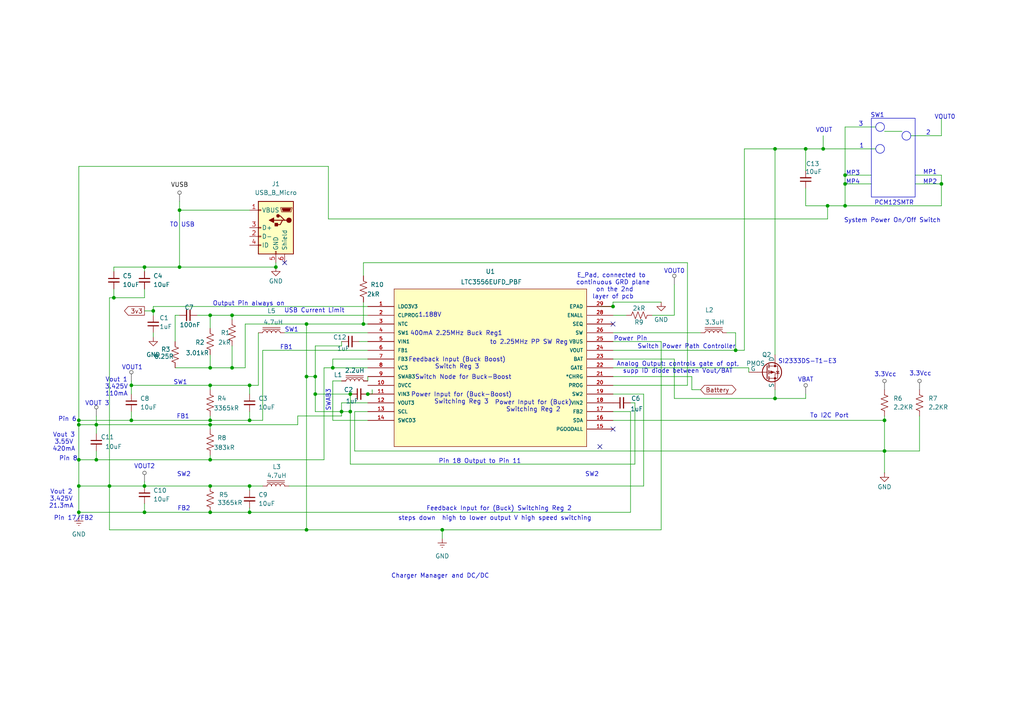
<source format=kicad_sch>
(kicad_sch
	(version 20231120)
	(generator "eeschema")
	(generator_version "8.0")
	(uuid "bb7cd57e-08c4-424a-907a-80dfa0dcf373")
	(paper "A4")
	(title_block
		(title "LTC3556EUFD_PBF")
		(date "11/11/2024")
		(rev "A")
		(company "Team 9")
		(comment 1 "Kirk Young")
	)
	(lib_symbols
		(symbol "Connector:USB_B_Micro"
			(pin_names
				(offset 1.016)
			)
			(exclude_from_sim no)
			(in_bom yes)
			(on_board yes)
			(property "Reference" "J"
				(at -5.08 11.43 0)
				(effects
					(font
						(size 1.27 1.27)
					)
					(justify left)
				)
			)
			(property "Value" "USB_B_Micro"
				(at -5.08 8.89 0)
				(effects
					(font
						(size 1.27 1.27)
					)
					(justify left)
				)
			)
			(property "Footprint" ""
				(at 3.81 -1.27 0)
				(effects
					(font
						(size 1.27 1.27)
					)
					(hide yes)
				)
			)
			(property "Datasheet" "~"
				(at 3.81 -1.27 0)
				(effects
					(font
						(size 1.27 1.27)
					)
					(hide yes)
				)
			)
			(property "Description" "USB Micro Type B connector"
				(at 0 0 0)
				(effects
					(font
						(size 1.27 1.27)
					)
					(hide yes)
				)
			)
			(property "ki_keywords" "connector USB micro"
				(at 0 0 0)
				(effects
					(font
						(size 1.27 1.27)
					)
					(hide yes)
				)
			)
			(property "ki_fp_filters" "USB*"
				(at 0 0 0)
				(effects
					(font
						(size 1.27 1.27)
					)
					(hide yes)
				)
			)
			(symbol "USB_B_Micro_0_1"
				(rectangle
					(start -5.08 -7.62)
					(end 5.08 7.62)
					(stroke
						(width 0.254)
						(type default)
					)
					(fill
						(type background)
					)
				)
				(circle
					(center -3.81 2.159)
					(radius 0.635)
					(stroke
						(width 0.254)
						(type default)
					)
					(fill
						(type outline)
					)
				)
				(circle
					(center -0.635 3.429)
					(radius 0.381)
					(stroke
						(width 0.254)
						(type default)
					)
					(fill
						(type outline)
					)
				)
				(rectangle
					(start -0.127 -7.62)
					(end 0.127 -6.858)
					(stroke
						(width 0)
						(type default)
					)
					(fill
						(type none)
					)
				)
				(polyline
					(pts
						(xy -1.905 2.159) (xy 0.635 2.159)
					)
					(stroke
						(width 0.254)
						(type default)
					)
					(fill
						(type none)
					)
				)
				(polyline
					(pts
						(xy -3.175 2.159) (xy -2.54 2.159) (xy -1.27 3.429) (xy -0.635 3.429)
					)
					(stroke
						(width 0.254)
						(type default)
					)
					(fill
						(type none)
					)
				)
				(polyline
					(pts
						(xy -2.54 2.159) (xy -1.905 2.159) (xy -1.27 0.889) (xy 0 0.889)
					)
					(stroke
						(width 0.254)
						(type default)
					)
					(fill
						(type none)
					)
				)
				(polyline
					(pts
						(xy 0.635 2.794) (xy 0.635 1.524) (xy 1.905 2.159) (xy 0.635 2.794)
					)
					(stroke
						(width 0.254)
						(type default)
					)
					(fill
						(type outline)
					)
				)
				(polyline
					(pts
						(xy -4.318 5.588) (xy -1.778 5.588) (xy -2.032 4.826) (xy -4.064 4.826) (xy -4.318 5.588)
					)
					(stroke
						(width 0)
						(type default)
					)
					(fill
						(type outline)
					)
				)
				(polyline
					(pts
						(xy -4.699 5.842) (xy -4.699 5.588) (xy -4.445 4.826) (xy -4.445 4.572) (xy -1.651 4.572) (xy -1.651 4.826)
						(xy -1.397 5.588) (xy -1.397 5.842) (xy -4.699 5.842)
					)
					(stroke
						(width 0)
						(type default)
					)
					(fill
						(type none)
					)
				)
				(rectangle
					(start 0.254 1.27)
					(end -0.508 0.508)
					(stroke
						(width 0.254)
						(type default)
					)
					(fill
						(type outline)
					)
				)
				(rectangle
					(start 5.08 -5.207)
					(end 4.318 -4.953)
					(stroke
						(width 0)
						(type default)
					)
					(fill
						(type none)
					)
				)
				(rectangle
					(start 5.08 -2.667)
					(end 4.318 -2.413)
					(stroke
						(width 0)
						(type default)
					)
					(fill
						(type none)
					)
				)
				(rectangle
					(start 5.08 -0.127)
					(end 4.318 0.127)
					(stroke
						(width 0)
						(type default)
					)
					(fill
						(type none)
					)
				)
				(rectangle
					(start 5.08 4.953)
					(end 4.318 5.207)
					(stroke
						(width 0)
						(type default)
					)
					(fill
						(type none)
					)
				)
			)
			(symbol "USB_B_Micro_1_1"
				(pin power_out line
					(at 7.62 5.08 180)
					(length 2.54)
					(name "VBUS"
						(effects
							(font
								(size 1.27 1.27)
							)
						)
					)
					(number "1"
						(effects
							(font
								(size 1.27 1.27)
							)
						)
					)
				)
				(pin bidirectional line
					(at 7.62 -2.54 180)
					(length 2.54)
					(name "D-"
						(effects
							(font
								(size 1.27 1.27)
							)
						)
					)
					(number "2"
						(effects
							(font
								(size 1.27 1.27)
							)
						)
					)
				)
				(pin bidirectional line
					(at 7.62 0 180)
					(length 2.54)
					(name "D+"
						(effects
							(font
								(size 1.27 1.27)
							)
						)
					)
					(number "3"
						(effects
							(font
								(size 1.27 1.27)
							)
						)
					)
				)
				(pin passive line
					(at 7.62 -5.08 180)
					(length 2.54)
					(name "ID"
						(effects
							(font
								(size 1.27 1.27)
							)
						)
					)
					(number "4"
						(effects
							(font
								(size 1.27 1.27)
							)
						)
					)
				)
				(pin power_out line
					(at 0 -10.16 90)
					(length 2.54)
					(name "GND"
						(effects
							(font
								(size 1.27 1.27)
							)
						)
					)
					(number "5"
						(effects
							(font
								(size 1.27 1.27)
							)
						)
					)
				)
				(pin passive line
					(at -2.54 -10.16 90)
					(length 2.54)
					(name "Shield"
						(effects
							(font
								(size 1.27 1.27)
							)
						)
					)
					(number "6"
						(effects
							(font
								(size 1.27 1.27)
							)
						)
					)
				)
			)
		)
		(symbol "Device:C_Small"
			(pin_numbers hide)
			(pin_names
				(offset 0.254) hide)
			(exclude_from_sim no)
			(in_bom yes)
			(on_board yes)
			(property "Reference" "C"
				(at 0.254 1.778 0)
				(effects
					(font
						(size 1.27 1.27)
					)
					(justify left)
				)
			)
			(property "Value" "C_Small"
				(at 0.254 -2.032 0)
				(effects
					(font
						(size 1.27 1.27)
					)
					(justify left)
				)
			)
			(property "Footprint" ""
				(at 0 0 0)
				(effects
					(font
						(size 1.27 1.27)
					)
					(hide yes)
				)
			)
			(property "Datasheet" "~"
				(at 0 0 0)
				(effects
					(font
						(size 1.27 1.27)
					)
					(hide yes)
				)
			)
			(property "Description" "Unpolarized capacitor, small symbol"
				(at 0 0 0)
				(effects
					(font
						(size 1.27 1.27)
					)
					(hide yes)
				)
			)
			(property "ki_keywords" "capacitor cap"
				(at 0 0 0)
				(effects
					(font
						(size 1.27 1.27)
					)
					(hide yes)
				)
			)
			(property "ki_fp_filters" "C_*"
				(at 0 0 0)
				(effects
					(font
						(size 1.27 1.27)
					)
					(hide yes)
				)
			)
			(symbol "C_Small_0_1"
				(polyline
					(pts
						(xy -1.524 -0.508) (xy 1.524 -0.508)
					)
					(stroke
						(width 0.3302)
						(type default)
					)
					(fill
						(type none)
					)
				)
				(polyline
					(pts
						(xy -1.524 0.508) (xy 1.524 0.508)
					)
					(stroke
						(width 0.3048)
						(type default)
					)
					(fill
						(type none)
					)
				)
			)
			(symbol "C_Small_1_1"
				(pin passive line
					(at 0 2.54 270)
					(length 2.032)
					(name "~"
						(effects
							(font
								(size 1.27 1.27)
							)
						)
					)
					(number "1"
						(effects
							(font
								(size 1.27 1.27)
							)
						)
					)
				)
				(pin passive line
					(at 0 -2.54 90)
					(length 2.032)
					(name "~"
						(effects
							(font
								(size 1.27 1.27)
							)
						)
					)
					(number "2"
						(effects
							(font
								(size 1.27 1.27)
							)
						)
					)
				)
			)
		)
		(symbol "Device:L_Iron"
			(pin_numbers hide)
			(pin_names
				(offset 1.016) hide)
			(exclude_from_sim no)
			(in_bom yes)
			(on_board yes)
			(property "Reference" "L"
				(at -1.27 0 90)
				(effects
					(font
						(size 1.27 1.27)
					)
				)
			)
			(property "Value" "L_Iron"
				(at 2.794 0 90)
				(effects
					(font
						(size 1.27 1.27)
					)
				)
			)
			(property "Footprint" ""
				(at 0 0 0)
				(effects
					(font
						(size 1.27 1.27)
					)
					(hide yes)
				)
			)
			(property "Datasheet" "~"
				(at 0 0 0)
				(effects
					(font
						(size 1.27 1.27)
					)
					(hide yes)
				)
			)
			(property "Description" "Inductor with iron core"
				(at 0 0 0)
				(effects
					(font
						(size 1.27 1.27)
					)
					(hide yes)
				)
			)
			(property "ki_keywords" "inductor choke coil reactor magnetic"
				(at 0 0 0)
				(effects
					(font
						(size 1.27 1.27)
					)
					(hide yes)
				)
			)
			(property "ki_fp_filters" "Choke_* *Coil* Inductor_* L_*"
				(at 0 0 0)
				(effects
					(font
						(size 1.27 1.27)
					)
					(hide yes)
				)
			)
			(symbol "L_Iron_0_1"
				(arc
					(start 0 -2.54)
					(mid 0.6323 -1.905)
					(end 0 -1.27)
					(stroke
						(width 0)
						(type default)
					)
					(fill
						(type none)
					)
				)
				(arc
					(start 0 -1.27)
					(mid 0.6323 -0.635)
					(end 0 0)
					(stroke
						(width 0)
						(type default)
					)
					(fill
						(type none)
					)
				)
				(polyline
					(pts
						(xy 1.016 2.54) (xy 1.016 -2.54)
					)
					(stroke
						(width 0)
						(type default)
					)
					(fill
						(type none)
					)
				)
				(polyline
					(pts
						(xy 1.524 -2.54) (xy 1.524 2.54)
					)
					(stroke
						(width 0)
						(type default)
					)
					(fill
						(type none)
					)
				)
				(arc
					(start 0 0)
					(mid 0.6323 0.635)
					(end 0 1.27)
					(stroke
						(width 0)
						(type default)
					)
					(fill
						(type none)
					)
				)
				(arc
					(start 0 1.27)
					(mid 0.6323 1.905)
					(end 0 2.54)
					(stroke
						(width 0)
						(type default)
					)
					(fill
						(type none)
					)
				)
			)
			(symbol "L_Iron_1_1"
				(pin passive line
					(at 0 3.81 270)
					(length 1.27)
					(name "1"
						(effects
							(font
								(size 1.27 1.27)
							)
						)
					)
					(number "1"
						(effects
							(font
								(size 1.27 1.27)
							)
						)
					)
				)
				(pin passive line
					(at 0 -3.81 90)
					(length 1.27)
					(name "2"
						(effects
							(font
								(size 1.27 1.27)
							)
						)
					)
					(number "2"
						(effects
							(font
								(size 1.27 1.27)
							)
						)
					)
				)
			)
		)
		(symbol "Device:R_US"
			(pin_numbers hide)
			(pin_names
				(offset 0)
			)
			(exclude_from_sim no)
			(in_bom yes)
			(on_board yes)
			(property "Reference" "R"
				(at 2.54 0 90)
				(effects
					(font
						(size 1.27 1.27)
					)
				)
			)
			(property "Value" "R_US"
				(at -2.54 0 90)
				(effects
					(font
						(size 1.27 1.27)
					)
				)
			)
			(property "Footprint" ""
				(at 1.016 -0.254 90)
				(effects
					(font
						(size 1.27 1.27)
					)
					(hide yes)
				)
			)
			(property "Datasheet" "~"
				(at 0 0 0)
				(effects
					(font
						(size 1.27 1.27)
					)
					(hide yes)
				)
			)
			(property "Description" "Resistor, US symbol"
				(at 0 0 0)
				(effects
					(font
						(size 1.27 1.27)
					)
					(hide yes)
				)
			)
			(property "ki_keywords" "R res resistor"
				(at 0 0 0)
				(effects
					(font
						(size 1.27 1.27)
					)
					(hide yes)
				)
			)
			(property "ki_fp_filters" "R_*"
				(at 0 0 0)
				(effects
					(font
						(size 1.27 1.27)
					)
					(hide yes)
				)
			)
			(symbol "R_US_0_1"
				(polyline
					(pts
						(xy 0 -2.286) (xy 0 -2.54)
					)
					(stroke
						(width 0)
						(type default)
					)
					(fill
						(type none)
					)
				)
				(polyline
					(pts
						(xy 0 2.286) (xy 0 2.54)
					)
					(stroke
						(width 0)
						(type default)
					)
					(fill
						(type none)
					)
				)
				(polyline
					(pts
						(xy 0 -0.762) (xy 1.016 -1.143) (xy 0 -1.524) (xy -1.016 -1.905) (xy 0 -2.286)
					)
					(stroke
						(width 0)
						(type default)
					)
					(fill
						(type none)
					)
				)
				(polyline
					(pts
						(xy 0 0.762) (xy 1.016 0.381) (xy 0 0) (xy -1.016 -0.381) (xy 0 -0.762)
					)
					(stroke
						(width 0)
						(type default)
					)
					(fill
						(type none)
					)
				)
				(polyline
					(pts
						(xy 0 2.286) (xy 1.016 1.905) (xy 0 1.524) (xy -1.016 1.143) (xy 0 0.762)
					)
					(stroke
						(width 0)
						(type default)
					)
					(fill
						(type none)
					)
				)
			)
			(symbol "R_US_1_1"
				(pin passive line
					(at 0 3.81 270)
					(length 1.27)
					(name "~"
						(effects
							(font
								(size 1.27 1.27)
							)
						)
					)
					(number "1"
						(effects
							(font
								(size 1.27 1.27)
							)
						)
					)
				)
				(pin passive line
					(at 0 -3.81 90)
					(length 1.27)
					(name "~"
						(effects
							(font
								(size 1.27 1.27)
							)
						)
					)
					(number "2"
						(effects
							(font
								(size 1.27 1.27)
							)
						)
					)
				)
			)
		)
		(symbol "LTC3556EUFD_PBF:LTC3556EUFD_PBF"
			(pin_names
				(offset 1.016)
			)
			(exclude_from_sim no)
			(in_bom yes)
			(on_board yes)
			(property "Reference" "U"
				(at 30.8356 9.1186 0)
				(effects
					(font
						(size 1.27 1.27)
					)
					(justify left bottom)
				)
			)
			(property "Value" "LTC3556EUFD_PBF"
				(at 30.2006 6.5786 0)
				(effects
					(font
						(size 1.27 1.27)
					)
					(justify left bottom)
				)
			)
			(property "Footprint" "LTC3556EUFD_PBF:QFN-28_UFD"
				(at 0 0 0)
				(effects
					(font
						(size 1.27 1.27)
					)
					(justify bottom)
					(hide yes)
				)
			)
			(property "Datasheet" ""
				(at 0 0 0)
				(effects
					(font
						(size 1.27 1.27)
					)
					(hide yes)
				)
			)
			(property "Description" ""
				(at 0 0 0)
				(effects
					(font
						(size 1.27 1.27)
					)
					(hide yes)
				)
			)
			(property "DigiKey_Part_Number" "505-LTC3556EUFD#PBF-ND"
				(at 0 0 0)
				(effects
					(font
						(size 1.27 1.27)
					)
					(justify bottom)
					(hide yes)
				)
			)
			(property "SnapEDA_Link" "https://www.snapeda.com/parts/LTC3556EUFD%23PBF/Analog+Devices/view-part/?ref=snap"
				(at 0 0 0)
				(effects
					(font
						(size 1.27 1.27)
					)
					(justify bottom)
					(hide yes)
				)
			)
			(property "VENDOR" "Linear Technology"
				(at 0 0 0)
				(effects
					(font
						(size 1.27 1.27)
					)
					(justify bottom)
					(hide yes)
				)
			)
			(property "Description_1" "\n                        \n                            High Efﬁciency USB Power Manager with Dual Buck and Buck-Boost DC/DCs\n                        \n"
				(at 0 0 0)
				(effects
					(font
						(size 1.27 1.27)
					)
					(justify bottom)
					(hide yes)
				)
			)
			(property "Package" "QFN -28 Analog Devices"
				(at 0 0 0)
				(effects
					(font
						(size 1.27 1.27)
					)
					(justify bottom)
					(hide yes)
				)
			)
			(property "Check_prices" "https://www.snapeda.com/parts/LTC3556EUFD%23PBF/Analog+Devices/view-part/?ref=eda"
				(at 0 0 0)
				(effects
					(font
						(size 1.27 1.27)
					)
					(justify bottom)
					(hide yes)
				)
			)
			(property "MF" "Analog Devices"
				(at 0 0 0)
				(effects
					(font
						(size 1.27 1.27)
					)
					(justify bottom)
					(hide yes)
				)
			)
			(property "MP" "LTC3556EUFD#PBF"
				(at 0 0 0)
				(effects
					(font
						(size 1.27 1.27)
					)
					(justify bottom)
					(hide yes)
				)
			)
			(property "MANUFACTURER_PART_NUMBER" "ltc3556eufd#pbf"
				(at 0 0 0)
				(effects
					(font
						(size 1.27 1.27)
					)
					(justify bottom)
					(hide yes)
				)
			)
			(symbol "LTC3556EUFD_PBF_0_0"
				(rectangle
					(start 7.62 -40.64)
					(end 63.5 5.08)
					(stroke
						(width 0.1524)
						(type default)
					)
					(fill
						(type background)
					)
				)
				(pin output line
					(at 0 0 0)
					(length 7.62)
					(name "LDO3V3"
						(effects
							(font
								(size 1.016 1.016)
							)
						)
					)
					(number "1"
						(effects
							(font
								(size 1.016 1.016)
							)
						)
					)
				)
				(pin power_in line
					(at 0 -22.86 0)
					(length 7.62)
					(name "DVCC"
						(effects
							(font
								(size 1.016 1.016)
							)
						)
					)
					(number "10"
						(effects
							(font
								(size 1.016 1.016)
							)
						)
					)
				)
				(pin input line
					(at 0 -25.4 0)
					(length 7.62)
					(name "VIN3"
						(effects
							(font
								(size 1.016 1.016)
							)
						)
					)
					(number "11"
						(effects
							(font
								(size 1.016 1.016)
							)
						)
					)
				)
				(pin output line
					(at 0 -27.94 0)
					(length 7.62)
					(name "VOUT3"
						(effects
							(font
								(size 1.016 1.016)
							)
						)
					)
					(number "12"
						(effects
							(font
								(size 1.016 1.016)
							)
						)
					)
				)
				(pin input line
					(at 0 -30.48 0)
					(length 7.62)
					(name "SCL"
						(effects
							(font
								(size 1.016 1.016)
							)
						)
					)
					(number "13"
						(effects
							(font
								(size 1.016 1.016)
							)
						)
					)
				)
				(pin passive line
					(at 0 -33.02 0)
					(length 7.62)
					(name "SWCD3"
						(effects
							(font
								(size 1.016 1.016)
							)
						)
					)
					(number "14"
						(effects
							(font
								(size 1.016 1.016)
							)
						)
					)
				)
				(pin output line
					(at 71.12 -35.56 180)
					(length 7.62)
					(name "PGOODALL"
						(effects
							(font
								(size 1.016 1.016)
							)
						)
					)
					(number "15"
						(effects
							(font
								(size 1.016 1.016)
							)
						)
					)
				)
				(pin input line
					(at 71.12 -33.02 180)
					(length 7.62)
					(name "SDA"
						(effects
							(font
								(size 1.016 1.016)
							)
						)
					)
					(number "16"
						(effects
							(font
								(size 1.016 1.016)
							)
						)
					)
				)
				(pin input line
					(at 71.12 -30.48 180)
					(length 7.62)
					(name "FB2"
						(effects
							(font
								(size 1.016 1.016)
							)
						)
					)
					(number "17"
						(effects
							(font
								(size 1.016 1.016)
							)
						)
					)
				)
				(pin input line
					(at 71.12 -27.94 180)
					(length 7.62)
					(name "VIN2"
						(effects
							(font
								(size 1.016 1.016)
							)
						)
					)
					(number "18"
						(effects
							(font
								(size 1.016 1.016)
							)
						)
					)
				)
				(pin passive line
					(at 71.12 -25.4 180)
					(length 7.62)
					(name "SW2"
						(effects
							(font
								(size 1.016 1.016)
							)
						)
					)
					(number "19"
						(effects
							(font
								(size 1.016 1.016)
							)
						)
					)
				)
				(pin passive line
					(at 0 -2.54 0)
					(length 7.62)
					(name "CLPROG"
						(effects
							(font
								(size 1.016 1.016)
							)
						)
					)
					(number "2"
						(effects
							(font
								(size 1.016 1.016)
							)
						)
					)
				)
				(pin passive line
					(at 71.12 -22.86 180)
					(length 7.62)
					(name "PROG"
						(effects
							(font
								(size 1.016 1.016)
							)
						)
					)
					(number "20"
						(effects
							(font
								(size 1.016 1.016)
							)
						)
					)
				)
				(pin output line
					(at 71.12 -20.32 180)
					(length 7.62)
					(name "*CHRG"
						(effects
							(font
								(size 1.016 1.016)
							)
						)
					)
					(number "21"
						(effects
							(font
								(size 1.016 1.016)
							)
						)
					)
				)
				(pin output line
					(at 71.12 -17.78 180)
					(length 7.62)
					(name "GATE"
						(effects
							(font
								(size 1.016 1.016)
							)
						)
					)
					(number "22"
						(effects
							(font
								(size 1.016 1.016)
							)
						)
					)
				)
				(pin passive line
					(at 71.12 -15.24 180)
					(length 7.62)
					(name "BAT"
						(effects
							(font
								(size 1.016 1.016)
							)
						)
					)
					(number "23"
						(effects
							(font
								(size 1.016 1.016)
							)
						)
					)
				)
				(pin output line
					(at 71.12 -12.7 180)
					(length 7.62)
					(name "VOUT"
						(effects
							(font
								(size 1.016 1.016)
							)
						)
					)
					(number "24"
						(effects
							(font
								(size 1.016 1.016)
							)
						)
					)
				)
				(pin input line
					(at 71.12 -10.16 180)
					(length 7.62)
					(name "VBUS"
						(effects
							(font
								(size 1.016 1.016)
							)
						)
					)
					(number "25"
						(effects
							(font
								(size 1.016 1.016)
							)
						)
					)
				)
				(pin passive line
					(at 71.12 -7.62 180)
					(length 7.62)
					(name "SW"
						(effects
							(font
								(size 1.016 1.016)
							)
						)
					)
					(number "26"
						(effects
							(font
								(size 1.016 1.016)
							)
						)
					)
				)
				(pin input line
					(at 71.12 -5.08 180)
					(length 7.62)
					(name "SEQ"
						(effects
							(font
								(size 1.016 1.016)
							)
						)
					)
					(number "27"
						(effects
							(font
								(size 1.016 1.016)
							)
						)
					)
				)
				(pin input line
					(at 71.12 -2.54 180)
					(length 7.62)
					(name "ENALL"
						(effects
							(font
								(size 1.016 1.016)
							)
						)
					)
					(number "28"
						(effects
							(font
								(size 1.016 1.016)
							)
						)
					)
				)
				(pin passive line
					(at 71.12 0 180)
					(length 7.62)
					(name "EPAD"
						(effects
							(font
								(size 1.016 1.016)
							)
						)
					)
					(number "29"
						(effects
							(font
								(size 1.016 1.016)
							)
						)
					)
				)
				(pin input line
					(at 0 -5.08 0)
					(length 7.62)
					(name "NTC"
						(effects
							(font
								(size 1.016 1.016)
							)
						)
					)
					(number "3"
						(effects
							(font
								(size 1.016 1.016)
							)
						)
					)
				)
				(pin passive line
					(at 0 -7.62 0)
					(length 7.62)
					(name "SW1"
						(effects
							(font
								(size 1.016 1.016)
							)
						)
					)
					(number "4"
						(effects
							(font
								(size 1.016 1.016)
							)
						)
					)
				)
				(pin input line
					(at 0 -10.16 0)
					(length 7.62)
					(name "VIN1"
						(effects
							(font
								(size 1.016 1.016)
							)
						)
					)
					(number "5"
						(effects
							(font
								(size 1.016 1.016)
							)
						)
					)
				)
				(pin input line
					(at 0 -12.7 0)
					(length 7.62)
					(name "FB1"
						(effects
							(font
								(size 1.016 1.016)
							)
						)
					)
					(number "6"
						(effects
							(font
								(size 1.016 1.016)
							)
						)
					)
				)
				(pin input line
					(at 0 -15.24 0)
					(length 7.62)
					(name "FB3"
						(effects
							(font
								(size 1.016 1.016)
							)
						)
					)
					(number "7"
						(effects
							(font
								(size 1.016 1.016)
							)
						)
					)
				)
				(pin output line
					(at 0 -17.78 0)
					(length 7.62)
					(name "VC3"
						(effects
							(font
								(size 1.016 1.016)
							)
						)
					)
					(number "8"
						(effects
							(font
								(size 1.016 1.016)
							)
						)
					)
				)
				(pin passive line
					(at 0 -20.32 0)
					(length 7.62)
					(name "SWAB3"
						(effects
							(font
								(size 1.016 1.016)
							)
						)
					)
					(number "9"
						(effects
							(font
								(size 1.016 1.016)
							)
						)
					)
				)
			)
		)
		(symbol "Simulation_SPICE:PMOS"
			(pin_numbers hide)
			(pin_names
				(offset 0)
			)
			(exclude_from_sim no)
			(in_bom yes)
			(on_board yes)
			(property "Reference" "Q"
				(at 5.08 1.27 0)
				(effects
					(font
						(size 1.27 1.27)
					)
					(justify left)
				)
			)
			(property "Value" "PMOS"
				(at 5.08 -1.27 0)
				(effects
					(font
						(size 1.27 1.27)
					)
					(justify left)
				)
			)
			(property "Footprint" ""
				(at 5.08 2.54 0)
				(effects
					(font
						(size 1.27 1.27)
					)
					(hide yes)
				)
			)
			(property "Datasheet" "https://ngspice.sourceforge.io/docs/ngspice-html-manual/manual.xhtml#cha_MOSFETs"
				(at 0 -12.7 0)
				(effects
					(font
						(size 1.27 1.27)
					)
					(hide yes)
				)
			)
			(property "Description" "P-MOSFET transistor, drain/source/gate"
				(at 0 0 0)
				(effects
					(font
						(size 1.27 1.27)
					)
					(hide yes)
				)
			)
			(property "Sim.Device" "PMOS"
				(at 0 -17.145 0)
				(effects
					(font
						(size 1.27 1.27)
					)
					(hide yes)
				)
			)
			(property "Sim.Type" "VDMOS"
				(at 0 -19.05 0)
				(effects
					(font
						(size 1.27 1.27)
					)
					(hide yes)
				)
			)
			(property "Sim.Pins" "1=D 2=G 3=S"
				(at 0 -15.24 0)
				(effects
					(font
						(size 1.27 1.27)
					)
					(hide yes)
				)
			)
			(property "ki_keywords" "transistor PMOS P-MOS P-MOSFET simulation"
				(at 0 0 0)
				(effects
					(font
						(size 1.27 1.27)
					)
					(hide yes)
				)
			)
			(symbol "PMOS_0_1"
				(polyline
					(pts
						(xy 0.254 0) (xy -2.54 0)
					)
					(stroke
						(width 0)
						(type default)
					)
					(fill
						(type none)
					)
				)
				(polyline
					(pts
						(xy 0.254 1.905) (xy 0.254 -1.905)
					)
					(stroke
						(width 0.254)
						(type default)
					)
					(fill
						(type none)
					)
				)
				(polyline
					(pts
						(xy 0.762 -1.27) (xy 0.762 -2.286)
					)
					(stroke
						(width 0.254)
						(type default)
					)
					(fill
						(type none)
					)
				)
				(polyline
					(pts
						(xy 0.762 0.508) (xy 0.762 -0.508)
					)
					(stroke
						(width 0.254)
						(type default)
					)
					(fill
						(type none)
					)
				)
				(polyline
					(pts
						(xy 0.762 2.286) (xy 0.762 1.27)
					)
					(stroke
						(width 0.254)
						(type default)
					)
					(fill
						(type none)
					)
				)
				(polyline
					(pts
						(xy 2.54 2.54) (xy 2.54 1.778)
					)
					(stroke
						(width 0)
						(type default)
					)
					(fill
						(type none)
					)
				)
				(polyline
					(pts
						(xy 2.54 -2.54) (xy 2.54 0) (xy 0.762 0)
					)
					(stroke
						(width 0)
						(type default)
					)
					(fill
						(type none)
					)
				)
				(polyline
					(pts
						(xy 0.762 1.778) (xy 3.302 1.778) (xy 3.302 -1.778) (xy 0.762 -1.778)
					)
					(stroke
						(width 0)
						(type default)
					)
					(fill
						(type none)
					)
				)
				(polyline
					(pts
						(xy 2.286 0) (xy 1.27 0.381) (xy 1.27 -0.381) (xy 2.286 0)
					)
					(stroke
						(width 0)
						(type default)
					)
					(fill
						(type outline)
					)
				)
				(polyline
					(pts
						(xy 2.794 -0.508) (xy 2.921 -0.381) (xy 3.683 -0.381) (xy 3.81 -0.254)
					)
					(stroke
						(width 0)
						(type default)
					)
					(fill
						(type none)
					)
				)
				(polyline
					(pts
						(xy 3.302 -0.381) (xy 2.921 0.254) (xy 3.683 0.254) (xy 3.302 -0.381)
					)
					(stroke
						(width 0)
						(type default)
					)
					(fill
						(type none)
					)
				)
				(circle
					(center 1.651 0)
					(radius 2.794)
					(stroke
						(width 0.254)
						(type default)
					)
					(fill
						(type none)
					)
				)
				(circle
					(center 2.54 -1.778)
					(radius 0.254)
					(stroke
						(width 0)
						(type default)
					)
					(fill
						(type outline)
					)
				)
				(circle
					(center 2.54 1.778)
					(radius 0.254)
					(stroke
						(width 0)
						(type default)
					)
					(fill
						(type outline)
					)
				)
			)
			(symbol "PMOS_1_1"
				(pin passive line
					(at 2.54 5.08 270)
					(length 2.54)
					(name "D"
						(effects
							(font
								(size 1.27 1.27)
							)
						)
					)
					(number "1"
						(effects
							(font
								(size 1.27 1.27)
							)
						)
					)
				)
				(pin input line
					(at -5.08 0 0)
					(length 2.54)
					(name "G"
						(effects
							(font
								(size 1.27 1.27)
							)
						)
					)
					(number "2"
						(effects
							(font
								(size 1.27 1.27)
							)
						)
					)
				)
				(pin passive line
					(at 2.54 -5.08 90)
					(length 2.54)
					(name "S"
						(effects
							(font
								(size 1.27 1.27)
							)
						)
					)
					(number "3"
						(effects
							(font
								(size 1.27 1.27)
							)
						)
					)
				)
			)
		)
		(symbol "power:Earth"
			(power)
			(pin_numbers hide)
			(pin_names
				(offset 0) hide)
			(exclude_from_sim no)
			(in_bom yes)
			(on_board yes)
			(property "Reference" "#PWR"
				(at 0 -6.35 0)
				(effects
					(font
						(size 1.27 1.27)
					)
					(hide yes)
				)
			)
			(property "Value" "Earth"
				(at 0 -3.81 0)
				(effects
					(font
						(size 1.27 1.27)
					)
				)
			)
			(property "Footprint" ""
				(at 0 0 0)
				(effects
					(font
						(size 1.27 1.27)
					)
					(hide yes)
				)
			)
			(property "Datasheet" "~"
				(at 0 0 0)
				(effects
					(font
						(size 1.27 1.27)
					)
					(hide yes)
				)
			)
			(property "Description" "Power symbol creates a global label with name \"Earth\""
				(at 0 0 0)
				(effects
					(font
						(size 1.27 1.27)
					)
					(hide yes)
				)
			)
			(property "ki_keywords" "global ground gnd"
				(at 0 0 0)
				(effects
					(font
						(size 1.27 1.27)
					)
					(hide yes)
				)
			)
			(symbol "Earth_0_1"
				(polyline
					(pts
						(xy -0.635 -1.905) (xy 0.635 -1.905)
					)
					(stroke
						(width 0)
						(type default)
					)
					(fill
						(type none)
					)
				)
				(polyline
					(pts
						(xy -0.127 -2.54) (xy 0.127 -2.54)
					)
					(stroke
						(width 0)
						(type default)
					)
					(fill
						(type none)
					)
				)
				(polyline
					(pts
						(xy 0 -1.27) (xy 0 0)
					)
					(stroke
						(width 0)
						(type default)
					)
					(fill
						(type none)
					)
				)
				(polyline
					(pts
						(xy 1.27 -1.27) (xy -1.27 -1.27)
					)
					(stroke
						(width 0)
						(type default)
					)
					(fill
						(type none)
					)
				)
			)
			(symbol "Earth_1_1"
				(pin power_in line
					(at 0 0 270)
					(length 0)
					(name "~"
						(effects
							(font
								(size 1.27 1.27)
							)
						)
					)
					(number "1"
						(effects
							(font
								(size 1.27 1.27)
							)
						)
					)
				)
			)
		)
		(symbol "power:GND"
			(power)
			(pin_numbers hide)
			(pin_names
				(offset 0) hide)
			(exclude_from_sim no)
			(in_bom yes)
			(on_board yes)
			(property "Reference" "#PWR"
				(at 0 -6.35 0)
				(effects
					(font
						(size 1.27 1.27)
					)
					(hide yes)
				)
			)
			(property "Value" "GND"
				(at 0 -3.81 0)
				(effects
					(font
						(size 1.27 1.27)
					)
				)
			)
			(property "Footprint" ""
				(at 0 0 0)
				(effects
					(font
						(size 1.27 1.27)
					)
					(hide yes)
				)
			)
			(property "Datasheet" ""
				(at 0 0 0)
				(effects
					(font
						(size 1.27 1.27)
					)
					(hide yes)
				)
			)
			(property "Description" "Power symbol creates a global label with name \"GND\" , ground"
				(at 0 0 0)
				(effects
					(font
						(size 1.27 1.27)
					)
					(hide yes)
				)
			)
			(property "ki_keywords" "global power"
				(at 0 0 0)
				(effects
					(font
						(size 1.27 1.27)
					)
					(hide yes)
				)
			)
			(symbol "GND_0_1"
				(polyline
					(pts
						(xy 0 0) (xy 0 -1.27) (xy 1.27 -1.27) (xy 0 -2.54) (xy -1.27 -1.27) (xy 0 -1.27)
					)
					(stroke
						(width 0)
						(type default)
					)
					(fill
						(type none)
					)
				)
			)
			(symbol "GND_1_1"
				(pin power_in line
					(at 0 0 270)
					(length 0)
					(name "~"
						(effects
							(font
								(size 1.27 1.27)
							)
						)
					)
					(number "1"
						(effects
							(font
								(size 1.27 1.27)
							)
						)
					)
				)
			)
		)
	)
	(junction
		(at 60.96 123.19)
		(diameter 0)
		(color 0 0 0 0)
		(uuid "010ec85a-3cf6-4524-909a-f324756f94d8")
	)
	(junction
		(at 44.45 90.17)
		(diameter 0)
		(color 0 0 0 0)
		(uuid "02cc84eb-4da5-436f-82c0-0aa4b25db1bd")
	)
	(junction
		(at 106.68 114.3)
		(diameter 0)
		(color 0 0 0 0)
		(uuid "05e74d1d-f07a-4836-9748-e93f2db41fb6")
	)
	(junction
		(at 38.1 121.92)
		(diameter 0)
		(color 0 0 0 0)
		(uuid "073054fd-f7d8-4724-8254-897d19d575fe")
	)
	(junction
		(at 224.79 115.57)
		(diameter 0)
		(color 0 0 0 0)
		(uuid "094b415c-67fd-45c8-a6e5-f1bf0ed7a7ab")
	)
	(junction
		(at 245.11 50.8)
		(diameter 0)
		(color 0 0 0 0)
		(uuid "0d7465a3-956a-4faf-b3ce-a44db6cbd1f7")
	)
	(junction
		(at 33.02 86.36)
		(diameter 0)
		(color 0 0 0 0)
		(uuid "0e206129-85d3-4195-99fb-8f1957bb8d49")
	)
	(junction
		(at 213.36 101.6)
		(diameter 0)
		(color 0 0 0 0)
		(uuid "0fe2e9d6-1781-475f-b56f-a43ef39d97ea")
	)
	(junction
		(at 27.94 133.35)
		(diameter 0)
		(color 0 0 0 0)
		(uuid "16ae8f98-e5c4-4d50-ba3c-a8e9a0cea7da")
	)
	(junction
		(at 72.39 121.92)
		(diameter 0)
		(color 0 0 0 0)
		(uuid "1e040eb9-5b5c-4d67-adc9-9dc0a9804a30")
	)
	(junction
		(at 52.07 60.96)
		(diameter 0)
		(color 0 0 0 0)
		(uuid "20f076ef-d5ef-4724-b9e9-000051a3373e")
	)
	(junction
		(at 60.96 111.76)
		(diameter 0)
		(color 0 0 0 0)
		(uuid "225b20ce-d4d0-4c26-95d6-ecc1956717d1")
	)
	(junction
		(at 101.6 114.3)
		(diameter 0)
		(color 0 0 0 0)
		(uuid "2895b40a-a39a-40f1-95f0-40df2d94211a")
	)
	(junction
		(at 88.9 109.22)
		(diameter 0)
		(color 0 0 0 0)
		(uuid "29a4f2c7-4913-4a39-a3a6-3afc51698a94")
	)
	(junction
		(at 224.79 43.18)
		(diameter 0)
		(color 0 0 0 0)
		(uuid "2c6fa0f6-b013-4a1c-be46-6664034df150")
	)
	(junction
		(at 72.39 111.76)
		(diameter 0)
		(color 0 0 0 0)
		(uuid "2e3e83e1-50a2-4363-9ca0-b8791e66aba4")
	)
	(junction
		(at 91.44 114.3)
		(diameter 0)
		(color 0 0 0 0)
		(uuid "32976e5b-9fb7-4d3e-a108-eec75b395c89")
	)
	(junction
		(at 52.07 77.47)
		(diameter 0)
		(color 0 0 0 0)
		(uuid "35c750e2-a78b-4b23-9c56-8791fc0ece5c")
	)
	(junction
		(at 72.39 148.59)
		(diameter 0)
		(color 0 0 0 0)
		(uuid "3f63b46a-fb51-4efe-aab2-4f1c37fe3a63")
	)
	(junction
		(at 22.86 133.35)
		(diameter 0)
		(color 0 0 0 0)
		(uuid "3f912019-8111-4cf3-b6cb-a43dd3445654")
	)
	(junction
		(at 238.76 43.18)
		(diameter 0)
		(color 0 0 0 0)
		(uuid "47de8afe-ed8a-4e93-803c-cb76e8a9755d")
	)
	(junction
		(at 60.96 121.92)
		(diameter 0)
		(color 0 0 0 0)
		(uuid "4fce4469-7200-4dd9-92de-eb14c21098f2")
	)
	(junction
		(at 245.11 53.34)
		(diameter 0)
		(color 0 0 0 0)
		(uuid "59d57fa1-76ba-4036-8ac2-875ad2d942c3")
	)
	(junction
		(at 41.91 140.97)
		(diameter 0)
		(color 0 0 0 0)
		(uuid "616ced8a-94c0-46bc-a6e4-50d182713322")
	)
	(junction
		(at 38.1 111.76)
		(diameter 0)
		(color 0 0 0 0)
		(uuid "62ea933c-39ad-4775-a24d-ee259adaf40f")
	)
	(junction
		(at 27.94 123.19)
		(diameter 0)
		(color 0 0 0 0)
		(uuid "6585a9ec-d0bf-4037-abc3-b3cb2b23f57e")
	)
	(junction
		(at 245.11 59.69)
		(diameter 0)
		(color 0 0 0 0)
		(uuid "6c3b0205-5b52-4790-8dc4-24cefd26915f")
	)
	(junction
		(at 105.41 93.98)
		(diameter 0)
		(color 0 0 0 0)
		(uuid "789aabfd-dc0d-4a37-808b-d0553dcc51e6")
	)
	(junction
		(at 99.06 119.38)
		(diameter 0)
		(color 0 0 0 0)
		(uuid "7edfbd7d-5b66-4da7-b8b4-9099076f80d8")
	)
	(junction
		(at 41.91 77.47)
		(diameter 0)
		(color 0 0 0 0)
		(uuid "82d29331-12df-4fe3-bc69-e6f132c15972")
	)
	(junction
		(at 91.44 109.22)
		(diameter 0)
		(color 0 0 0 0)
		(uuid "89e6b1c0-924a-445a-944d-687ae3ecdf6b")
	)
	(junction
		(at 31.75 140.97)
		(diameter 0)
		(color 0 0 0 0)
		(uuid "8c3f636c-8ef7-490b-a99c-fba224ef65b0")
	)
	(junction
		(at 256.54 121.92)
		(diameter 0)
		(color 0 0 0 0)
		(uuid "92090e90-7291-4049-9597-1ad082379e96")
	)
	(junction
		(at 72.39 140.97)
		(diameter 0)
		(color 0 0 0 0)
		(uuid "98248427-fd7a-4d20-b95b-06423063bd51")
	)
	(junction
		(at 233.68 43.18)
		(diameter 0)
		(color 0 0 0 0)
		(uuid "9bdc8015-0b5e-46b2-8453-495db7fb2ef0")
	)
	(junction
		(at 80.01 77.47)
		(diameter 0)
		(color 0 0 0 0)
		(uuid "9dea90cc-6d75-4088-b058-0b2a2c0e9424")
	)
	(junction
		(at 101.6 119.38)
		(diameter 0)
		(color 0 0 0 0)
		(uuid "a2866636-7aad-492f-9e4a-181ed2bc220d")
	)
	(junction
		(at 240.03 59.69)
		(diameter 0)
		(color 0 0 0 0)
		(uuid "a5d912ed-e2c6-4866-8a0e-26eb3ff4f56a")
	)
	(junction
		(at 41.91 148.59)
		(diameter 0)
		(color 0 0 0 0)
		(uuid "ab003e20-9275-44ff-b5fe-aabbba79b777")
	)
	(junction
		(at 60.96 133.35)
		(diameter 0)
		(color 0 0 0 0)
		(uuid "b0870358-505f-4c5f-b3db-0f4e3785e27e")
	)
	(junction
		(at 67.31 91.44)
		(diameter 0)
		(color 0 0 0 0)
		(uuid "b115c2a8-d333-413f-98be-414f585e6a37")
	)
	(junction
		(at 60.96 91.44)
		(diameter 0)
		(color 0 0 0 0)
		(uuid "ba435510-3b09-4f79-b95f-91a5797f261b")
	)
	(junction
		(at 177.8 88.9)
		(diameter 0)
		(color 0 0 0 0)
		(uuid "bbc52f0f-a09b-4710-8e06-f4b804796544")
	)
	(junction
		(at 22.86 121.92)
		(diameter 0)
		(color 0 0 0 0)
		(uuid "bd0916d4-a525-4acc-89f9-30cc95997d10")
	)
	(junction
		(at 256.54 130.81)
		(diameter 0)
		(color 0 0 0 0)
		(uuid "c0c300a2-cea0-46df-a51a-2a1fefa1321c")
	)
	(junction
		(at 96.52 106.68)
		(diameter 0)
		(color 0 0 0 0)
		(uuid "c3476db2-3b6b-49e5-b468-2d5d2c87559f")
	)
	(junction
		(at 22.86 140.97)
		(diameter 0)
		(color 0 0 0 0)
		(uuid "c5729633-a08d-4c6b-a8ad-be83d5975920")
	)
	(junction
		(at 128.27 153.67)
		(diameter 0)
		(color 0 0 0 0)
		(uuid "c9aadab3-353f-448e-bce4-a8d1c4df01ac")
	)
	(junction
		(at 60.96 140.97)
		(diameter 0)
		(color 0 0 0 0)
		(uuid "d23998b4-6d94-404d-9532-013bfad1e61b")
	)
	(junction
		(at 60.96 106.68)
		(diameter 0)
		(color 0 0 0 0)
		(uuid "d643ebf9-50c0-4163-a199-2ac85814a79c")
	)
	(junction
		(at 22.86 148.59)
		(diameter 0)
		(color 0 0 0 0)
		(uuid "e4b95524-50cc-468c-98e0-e111008074ba")
	)
	(junction
		(at 67.31 106.68)
		(diameter 0)
		(color 0 0 0 0)
		(uuid "e9443e9b-575b-43fa-8b36-d9485997fc97")
	)
	(junction
		(at 22.86 123.19)
		(diameter 0)
		(color 0 0 0 0)
		(uuid "eaeb0385-695f-4f05-827f-f661f13fd408")
	)
	(junction
		(at 273.05 53.34)
		(diameter 0)
		(color 0 0 0 0)
		(uuid "f27d1266-30fd-47bd-a266-b83828341251")
	)
	(junction
		(at 60.96 148.59)
		(diameter 0)
		(color 0 0 0 0)
		(uuid "f977707c-1e90-45ab-b0d0-678dc0ff1765")
	)
	(junction
		(at 88.9 153.67)
		(diameter 0)
		(color 0 0 0 0)
		(uuid "fb917125-d03d-4633-a865-2c8d81ff2b9c")
	)
	(junction
		(at 88.9 93.98)
		(diameter 0)
		(color 0 0 0 0)
		(uuid "fccd792d-774c-41ec-a0d0-a222ab6eddc2")
	)
	(no_connect
		(at 173.99 129.54)
		(uuid "23d86839-6f9c-431d-8973-53a075f6d8f2")
	)
	(no_connect
		(at 177.8 93.98)
		(uuid "e11446ba-12e9-4526-bd6a-9523be50574e")
	)
	(no_connect
		(at 82.55 76.2)
		(uuid "e1a2a664-b722-4da4-8bc4-6e3c0e424ade")
	)
	(no_connect
		(at 177.8 124.46)
		(uuid "f6bd923a-2ccd-444d-8ab0-bfec36103f73")
	)
	(wire
		(pts
			(xy 93.98 106.68) (xy 93.98 133.35)
		)
		(stroke
			(width 0)
			(type default)
		)
		(uuid "0033721f-7f4e-4e61-aeaa-659e0880a002")
	)
	(wire
		(pts
			(xy 50.8 91.44) (xy 50.8 99.06)
		)
		(stroke
			(width 0)
			(type default)
		)
		(uuid "01167074-4703-4034-be04-f47db4590d9b")
	)
	(wire
		(pts
			(xy 31.75 140.97) (xy 41.91 140.97)
		)
		(stroke
			(width 0)
			(type default)
		)
		(uuid "02cecf7d-b3f7-4081-b776-baea15d0b113")
	)
	(wire
		(pts
			(xy 72.39 147.32) (xy 72.39 148.59)
		)
		(stroke
			(width 0)
			(type default)
		)
		(uuid "0341d1bd-e6dc-412b-9e2d-4777e19a2076")
	)
	(wire
		(pts
			(xy 41.91 90.17) (xy 44.45 90.17)
		)
		(stroke
			(width 0)
			(type default)
		)
		(uuid "036c87a1-6152-4ad4-9ddf-ed35ae83adce")
	)
	(wire
		(pts
			(xy 99.06 119.38) (xy 101.6 119.38)
		)
		(stroke
			(width 0)
			(type default)
		)
		(uuid "07f0a1d0-1a59-4bb4-bd6d-b9cb3bf766c4")
	)
	(wire
		(pts
			(xy 177.8 119.38) (xy 182.88 119.38)
		)
		(stroke
			(width 0)
			(type default)
		)
		(uuid "080b904e-bb8e-4d7c-8190-2125ca1e5307")
	)
	(wire
		(pts
			(xy 60.96 121.92) (xy 72.39 121.92)
		)
		(stroke
			(width 0)
			(type default)
		)
		(uuid "0b05d130-8387-4a3a-9436-73eb58347bfa")
	)
	(wire
		(pts
			(xy 60.96 111.76) (xy 72.39 111.76)
		)
		(stroke
			(width 0)
			(type default)
		)
		(uuid "0ed93086-7a24-4c3a-b987-3ad8024a86bf")
	)
	(wire
		(pts
			(xy 215.9 43.18) (xy 215.9 101.6)
		)
		(stroke
			(width 0)
			(type default)
		)
		(uuid "0f8a60cc-d6f8-4d59-bfff-4d0f3715c085")
	)
	(wire
		(pts
			(xy 107.95 113.03) (xy 107.95 114.3)
		)
		(stroke
			(width 0)
			(type default)
		)
		(uuid "10a356b7-f259-4371-972d-7be617297f76")
	)
	(wire
		(pts
			(xy 86.36 123.19) (xy 60.96 123.19)
		)
		(stroke
			(width 0)
			(type default)
		)
		(uuid "1156a4f4-c401-43ad-8e4f-fb1aac4bc51b")
	)
	(wire
		(pts
			(xy 173.99 88.9) (xy 177.8 88.9)
		)
		(stroke
			(width 0)
			(type default)
		)
		(uuid "14077657-936f-4793-8a64-911c38a6885a")
	)
	(wire
		(pts
			(xy 27.94 123.19) (xy 27.94 125.73)
		)
		(stroke
			(width 0)
			(type default)
		)
		(uuid "1440bb06-d0ea-42e6-b3c2-4b41f799e73f")
	)
	(wire
		(pts
			(xy 199.39 111.76) (xy 199.39 76.2)
		)
		(stroke
			(width 0)
			(type default)
		)
		(uuid "145fd314-c96f-456e-8529-e157418697bc")
	)
	(wire
		(pts
			(xy 41.91 146.05) (xy 41.91 148.59)
		)
		(stroke
			(width 0)
			(type default)
		)
		(uuid "1495db25-9506-40a3-aa95-f7cf2d588d3d")
	)
	(wire
		(pts
			(xy 60.96 91.44) (xy 67.31 91.44)
		)
		(stroke
			(width 0)
			(type default)
		)
		(uuid "18d5b3c6-7ce1-468c-b6eb-ec88c8964ac3")
	)
	(wire
		(pts
			(xy 200.66 109.22) (xy 200.66 113.03)
		)
		(stroke
			(width 0)
			(type default)
		)
		(uuid "19652090-5d62-49d3-8f79-f19c6309f649")
	)
	(wire
		(pts
			(xy 224.79 115.57) (xy 233.68 115.57)
		)
		(stroke
			(width 0)
			(type default)
		)
		(uuid "19825fbc-ea54-4666-9c29-183620f2d3d2")
	)
	(wire
		(pts
			(xy 88.9 109.22) (xy 88.9 153.67)
		)
		(stroke
			(width 0)
			(type default)
		)
		(uuid "1be3e604-9b5b-4ae9-9177-05ef43097dbb")
	)
	(wire
		(pts
			(xy 182.88 148.59) (xy 72.39 148.59)
		)
		(stroke
			(width 0)
			(type default)
		)
		(uuid "1c692fed-01e9-4599-9418-69927cd65a1c")
	)
	(wire
		(pts
			(xy 200.66 113.03) (xy 203.2 113.03)
		)
		(stroke
			(width 0)
			(type default)
		)
		(uuid "1cd5f34a-1c83-4dfa-921a-e32be591d75a")
	)
	(wire
		(pts
			(xy 72.39 119.38) (xy 72.39 121.92)
		)
		(stroke
			(width 0)
			(type default)
		)
		(uuid "1d9dc288-9090-40af-a959-2485e56894a1")
	)
	(wire
		(pts
			(xy 245.11 36.83) (xy 254 36.83)
		)
		(stroke
			(width 0)
			(type default)
		)
		(uuid "1da524a8-a7e8-4d08-b6d1-e7ffe5169b31")
	)
	(wire
		(pts
			(xy 233.68 49.53) (xy 233.68 43.18)
		)
		(stroke
			(width 0)
			(type default)
		)
		(uuid "1e63783a-306d-448d-89c7-79fc5c9a88d4")
	)
	(wire
		(pts
			(xy 106.68 110.49) (xy 106.68 109.22)
		)
		(stroke
			(width 0)
			(type default)
		)
		(uuid "1f19a47b-460f-4abf-9aed-22852fc0b11e")
	)
	(wire
		(pts
			(xy 213.36 96.52) (xy 213.36 101.6)
		)
		(stroke
			(width 0)
			(type default)
		)
		(uuid "1f1fdfee-da19-4c97-985e-95d1031c306f")
	)
	(wire
		(pts
			(xy 177.8 96.52) (xy 203.2 96.52)
		)
		(stroke
			(width 0)
			(type default)
		)
		(uuid "1f4e5fb2-f269-4a43-8c58-397f5565e42b")
	)
	(wire
		(pts
			(xy 105.41 76.2) (xy 105.41 80.01)
		)
		(stroke
			(width 0)
			(type default)
		)
		(uuid "223f3a57-8a31-455b-96e3-4d2d3d8b7f3d")
	)
	(wire
		(pts
			(xy 31.75 153.67) (xy 88.9 153.67)
		)
		(stroke
			(width 0)
			(type default)
		)
		(uuid "227738f1-052d-49ab-8207-4e1906d131e8")
	)
	(wire
		(pts
			(xy 177.8 87.63) (xy 177.8 88.9)
		)
		(stroke
			(width 0)
			(type default)
		)
		(uuid "22a02e1e-479e-46bc-a20a-ccfd3abdc71c")
	)
	(wire
		(pts
			(xy 256.54 38.1) (xy 261.62 38.1)
		)
		(stroke
			(width 0)
			(type default)
		)
		(uuid "22cae129-b0b6-4cd6-b3b3-5a3fff6f912f")
	)
	(wire
		(pts
			(xy 245.11 50.8) (xy 245.11 36.83)
		)
		(stroke
			(width 0)
			(type default)
		)
		(uuid "22f2b028-a800-4e95-8076-03279dd08fb8")
	)
	(wire
		(pts
			(xy 44.45 88.9) (xy 44.45 90.17)
		)
		(stroke
			(width 0)
			(type default)
		)
		(uuid "2400f676-0c67-4f16-b313-4d903c1d4d54")
	)
	(wire
		(pts
			(xy 82.55 96.52) (xy 106.68 96.52)
		)
		(stroke
			(width 0)
			(type default)
		)
		(uuid "2645aff7-4237-4fed-98ec-87e5f748d0de")
	)
	(wire
		(pts
			(xy 245.11 53.34) (xy 252.73 53.34)
		)
		(stroke
			(width 0)
			(type default)
		)
		(uuid "2692797e-e2f3-48f8-ba87-bd6f0d271f95")
	)
	(wire
		(pts
			(xy 60.96 120.65) (xy 60.96 121.92)
		)
		(stroke
			(width 0)
			(type default)
		)
		(uuid "2790442c-92e1-46ef-a871-37fe0c75465a")
	)
	(wire
		(pts
			(xy 33.02 86.36) (xy 41.91 86.36)
		)
		(stroke
			(width 0)
			(type default)
		)
		(uuid "2ab7e60f-c0b3-46db-9569-e53b32ae5065")
	)
	(wire
		(pts
			(xy 22.86 48.26) (xy 95.25 48.26)
		)
		(stroke
			(width 0)
			(type default)
		)
		(uuid "2cd3a299-e4d7-4577-8b77-cb7d79147483")
	)
	(wire
		(pts
			(xy 91.44 109.22) (xy 91.44 114.3)
		)
		(stroke
			(width 0)
			(type default)
		)
		(uuid "2cfd92fb-ea8d-4b2c-b727-e48b8a14a301")
	)
	(wire
		(pts
			(xy 177.8 109.22) (xy 200.66 109.22)
		)
		(stroke
			(width 0)
			(type default)
		)
		(uuid "2d1ec238-cc1a-41fd-90bd-246cdeb4009d")
	)
	(wire
		(pts
			(xy 273.05 59.69) (xy 245.11 59.69)
		)
		(stroke
			(width 0)
			(type default)
		)
		(uuid "2d4e2b6f-83bc-44b9-b344-e8a51c61b73a")
	)
	(wire
		(pts
			(xy 177.8 101.6) (xy 213.36 101.6)
		)
		(stroke
			(width 0)
			(type default)
		)
		(uuid "2d9e2cbc-5629-4fa2-861c-424a187ace9c")
	)
	(wire
		(pts
			(xy 22.86 140.97) (xy 31.75 140.97)
		)
		(stroke
			(width 0)
			(type default)
		)
		(uuid "33d369ba-f0c6-4daf-97de-eb0ce22bd9e2")
	)
	(wire
		(pts
			(xy 27.94 123.19) (xy 22.86 123.19)
		)
		(stroke
			(width 0)
			(type default)
		)
		(uuid "354e0e92-7654-4267-ab61-ffac66a9628d")
	)
	(wire
		(pts
			(xy 33.02 78.74) (xy 33.02 77.47)
		)
		(stroke
			(width 0)
			(type default)
		)
		(uuid "37089fb0-39d7-4323-86df-ac7cb32dddc4")
	)
	(wire
		(pts
			(xy 76.2 140.97) (xy 72.39 140.97)
		)
		(stroke
			(width 0)
			(type default)
		)
		(uuid "38ce770f-b98c-43e0-b2f1-4e4352ee7200")
	)
	(wire
		(pts
			(xy 217.17 106.68) (xy 177.8 106.68)
		)
		(stroke
			(width 0)
			(type default)
		)
		(uuid "38d2dbb4-2e1e-43ce-9e0c-8173eae08209")
	)
	(wire
		(pts
			(xy 52.07 60.96) (xy 52.07 77.47)
		)
		(stroke
			(width 0)
			(type default)
		)
		(uuid "3a5f5578-e3cf-4110-8e8d-09f42f059a7e")
	)
	(wire
		(pts
			(xy 67.31 91.44) (xy 67.31 92.71)
		)
		(stroke
			(width 0)
			(type default)
		)
		(uuid "3b59b8d0-5818-42ca-bc6a-68befc672245")
	)
	(wire
		(pts
			(xy 88.9 93.98) (xy 88.9 109.22)
		)
		(stroke
			(width 0)
			(type default)
		)
		(uuid "3b88f8d7-bff3-4d39-b545-2dadc7d1ab01")
	)
	(wire
		(pts
			(xy 233.68 59.69) (xy 233.68 54.61)
		)
		(stroke
			(width 0)
			(type default)
		)
		(uuid "3c11c8f5-d7fd-4037-b56f-6d21626f97d3")
	)
	(wire
		(pts
			(xy 88.9 93.98) (xy 105.41 93.98)
		)
		(stroke
			(width 0)
			(type default)
		)
		(uuid "3e36d3e2-47d2-428c-977e-b779258c282c")
	)
	(wire
		(pts
			(xy 265.43 50.8) (xy 273.05 50.8)
		)
		(stroke
			(width 0)
			(type default)
		)
		(uuid "3e5606f7-19ed-498e-9fc8-04f0c813576f")
	)
	(wire
		(pts
			(xy 95.25 63.5) (xy 95.25 48.26)
		)
		(stroke
			(width 0)
			(type default)
		)
		(uuid "40ef336d-1a42-4787-8a49-69013e7d841e")
	)
	(wire
		(pts
			(xy 99.06 100.33) (xy 99.06 99.06)
		)
		(stroke
			(width 0)
			(type default)
		)
		(uuid "4143d920-9d2e-44fb-8f62-c1282a7257b4")
	)
	(wire
		(pts
			(xy 60.96 140.97) (xy 72.39 140.97)
		)
		(stroke
			(width 0)
			(type default)
		)
		(uuid "41bfdf78-a008-4fa4-b4b2-697cfd6aa0c1")
	)
	(wire
		(pts
			(xy 264.16 39.37) (xy 273.05 39.37)
		)
		(stroke
			(width 0)
			(type default)
		)
		(uuid "440ffea3-0645-423e-bcaf-a1745eeaeeef")
	)
	(wire
		(pts
			(xy 88.9 153.67) (xy 128.27 153.67)
		)
		(stroke
			(width 0)
			(type default)
		)
		(uuid "45328ede-8c54-4651-b268-fb9aeeecc865")
	)
	(wire
		(pts
			(xy 83.82 140.97) (xy 186.69 140.97)
		)
		(stroke
			(width 0)
			(type default)
		)
		(uuid "45eebbe9-92ee-4617-8c5f-39645f72d5b0")
	)
	(wire
		(pts
			(xy 99.06 116.84) (xy 99.06 119.38)
		)
		(stroke
			(width 0)
			(type default)
		)
		(uuid "45f1c7e3-3562-422d-903c-4e495a7d86f3")
	)
	(wire
		(pts
			(xy 128.27 153.67) (xy 191.77 153.67)
		)
		(stroke
			(width 0)
			(type default)
		)
		(uuid "4665d199-4048-4dc6-ba0d-147feb749425")
	)
	(wire
		(pts
			(xy 44.45 90.17) (xy 44.45 91.44)
		)
		(stroke
			(width 0)
			(type default)
		)
		(uuid "49f980c6-f58f-402b-a2c3-6bf43a308776")
	)
	(wire
		(pts
			(xy 50.8 91.44) (xy 52.07 91.44)
		)
		(stroke
			(width 0)
			(type default)
		)
		(uuid "4a5a2115-4df9-4e58-9d02-c4cf43475a83")
	)
	(wire
		(pts
			(xy 60.96 106.68) (xy 67.31 106.68)
		)
		(stroke
			(width 0)
			(type default)
		)
		(uuid "4a96d140-2029-48cd-beb7-7a682b0a8050")
	)
	(wire
		(pts
			(xy 22.86 148.59) (xy 41.91 148.59)
		)
		(stroke
			(width 0)
			(type default)
		)
		(uuid "4daa968a-4f83-4aab-bb6d-94161249781d")
	)
	(wire
		(pts
			(xy 256.54 130.81) (xy 256.54 137.16)
		)
		(stroke
			(width 0)
			(type default)
		)
		(uuid "4dc88247-efb9-4f0a-a681-76a1a292fcd4")
	)
	(wire
		(pts
			(xy 99.06 100.33) (xy 91.44 100.33)
		)
		(stroke
			(width 0)
			(type default)
		)
		(uuid "4e6aaa02-9038-4e88-a9ab-0bee3055baf4")
	)
	(wire
		(pts
			(xy 60.96 148.59) (xy 72.39 148.59)
		)
		(stroke
			(width 0)
			(type default)
		)
		(uuid "4e6af34d-18a4-44db-b389-e90f546c17a9")
	)
	(wire
		(pts
			(xy 91.44 100.33) (xy 91.44 109.22)
		)
		(stroke
			(width 0)
			(type default)
		)
		(uuid "4fd0c0c5-233d-4983-8817-a62dd1ac0038")
	)
	(wire
		(pts
			(xy 195.58 82.55) (xy 195.58 91.44)
		)
		(stroke
			(width 0)
			(type default)
		)
		(uuid "5072d012-9323-46ea-9404-25af9df4c100")
	)
	(wire
		(pts
			(xy 233.68 43.18) (xy 238.76 43.18)
		)
		(stroke
			(width 0)
			(type default)
		)
		(uuid "510674fd-f69a-4634-875a-87bbac181b0e")
	)
	(wire
		(pts
			(xy 238.76 43.18) (xy 254 43.18)
		)
		(stroke
			(width 0)
			(type default)
		)
		(uuid "510d2ec8-06ef-4209-a3ef-f55a1ff0db06")
	)
	(wire
		(pts
			(xy 217.17 107.95) (xy 217.17 106.68)
		)
		(stroke
			(width 0)
			(type default)
		)
		(uuid "55425ed1-bb79-4698-a6fb-48d60be5a65f")
	)
	(wire
		(pts
			(xy 41.91 148.59) (xy 60.96 148.59)
		)
		(stroke
			(width 0)
			(type default)
		)
		(uuid "578bc5a5-9be3-437a-aa1d-0052c62e057b")
	)
	(wire
		(pts
			(xy 88.9 109.22) (xy 91.44 109.22)
		)
		(stroke
			(width 0)
			(type default)
		)
		(uuid "5a486a17-d42c-4019-8d9f-5f7e35deaf17")
	)
	(wire
		(pts
			(xy 96.52 110.49) (xy 96.52 121.92)
		)
		(stroke
			(width 0)
			(type default)
		)
		(uuid "5cf7fa2b-3414-4dff-9611-e5f218de7c7a")
	)
	(wire
		(pts
			(xy 106.68 101.6) (xy 76.2 101.6)
		)
		(stroke
			(width 0)
			(type default)
		)
		(uuid "5d4fb299-674e-447b-a824-795119640268")
	)
	(wire
		(pts
			(xy 106.68 116.84) (xy 99.06 116.84)
		)
		(stroke
			(width 0)
			(type default)
		)
		(uuid "5e757844-49b8-4786-9aff-20e8059dafed")
	)
	(wire
		(pts
			(xy 72.39 111.76) (xy 74.93 111.76)
		)
		(stroke
			(width 0)
			(type default)
		)
		(uuid "6294286d-cbe2-4f55-ac76-03c3b4a8a5e9")
	)
	(wire
		(pts
			(xy 22.86 133.35) (xy 22.86 140.97)
		)
		(stroke
			(width 0)
			(type default)
		)
		(uuid "64c5fe89-a354-4401-bd88-455e5b9b8c81")
	)
	(wire
		(pts
			(xy 182.88 119.38) (xy 182.88 148.59)
		)
		(stroke
			(width 0)
			(type default)
		)
		(uuid "65049fec-d2e7-4ae6-bfd1-9085e728b58f")
	)
	(wire
		(pts
			(xy 256.54 121.92) (xy 256.54 130.81)
		)
		(stroke
			(width 0)
			(type default)
		)
		(uuid "65d40b24-531b-4c27-badc-c11a8881fdc0")
	)
	(wire
		(pts
			(xy 22.86 140.97) (xy 22.86 148.59)
		)
		(stroke
			(width 0)
			(type default)
		)
		(uuid "65fe482a-4901-497c-8dd9-334219746093")
	)
	(wire
		(pts
			(xy 31.75 140.97) (xy 31.75 153.67)
		)
		(stroke
			(width 0)
			(type default)
		)
		(uuid "69583f51-c47a-4fc9-9925-4363eae8432f")
	)
	(wire
		(pts
			(xy 177.8 99.06) (xy 191.77 99.06)
		)
		(stroke
			(width 0)
			(type default)
		)
		(uuid "6a517309-0f95-41b7-8235-c809cb230abf")
	)
	(wire
		(pts
			(xy 93.98 133.35) (xy 60.96 133.35)
		)
		(stroke
			(width 0)
			(type default)
		)
		(uuid "6ada2b1b-6b63-41d5-a7e4-bb8eacce567e")
	)
	(wire
		(pts
			(xy 38.1 110.49) (xy 38.1 111.76)
		)
		(stroke
			(width 0)
			(type default)
		)
		(uuid "6d61bd08-9b93-4884-a6ee-3203ac898684")
	)
	(wire
		(pts
			(xy 60.96 91.44) (xy 60.96 95.25)
		)
		(stroke
			(width 0)
			(type default)
		)
		(uuid "6ea2a6f3-f6fb-4635-a9a4-4f10672a4941")
	)
	(wire
		(pts
			(xy 101.6 114.3) (xy 101.6 119.38)
		)
		(stroke
			(width 0)
			(type default)
		)
		(uuid "6f3fbd6f-6768-48e5-90b1-0643e2a999c9")
	)
	(wire
		(pts
			(xy 195.58 104.14) (xy 195.58 115.57)
		)
		(stroke
			(width 0)
			(type default)
		)
		(uuid "6f69a97a-0218-4f2c-8850-11c7a47819ff")
	)
	(wire
		(pts
			(xy 102.87 130.81) (xy 256.54 130.81)
		)
		(stroke
			(width 0)
			(type default)
		)
		(uuid "6f909319-8e34-438e-b6f9-63de670cfe1c")
	)
	(wire
		(pts
			(xy 106.68 106.68) (xy 96.52 106.68)
		)
		(stroke
			(width 0)
			(type default)
		)
		(uuid "6fdea4a2-38c9-402c-9c37-ac941fe6f29e")
	)
	(wire
		(pts
			(xy 99.06 119.38) (xy 99.06 120.65)
		)
		(stroke
			(width 0)
			(type default)
		)
		(uuid "70e4e45d-27d9-47f8-92cc-3167ae366e98")
	)
	(wire
		(pts
			(xy 177.8 104.14) (xy 195.58 104.14)
		)
		(stroke
			(width 0)
			(type default)
		)
		(uuid "71db73be-b919-499e-a786-b397d41e73a3")
	)
	(wire
		(pts
			(xy 44.45 88.9) (xy 106.68 88.9)
		)
		(stroke
			(width 0)
			(type default)
		)
		(uuid "7221541f-e491-4906-96d6-2bcf9a1a03e6")
	)
	(wire
		(pts
			(xy 106.68 119.38) (xy 102.87 119.38)
		)
		(stroke
			(width 0)
			(type default)
		)
		(uuid "732db71e-ec47-4432-9d14-c4def28fb5f5")
	)
	(wire
		(pts
			(xy 27.94 120.65) (xy 27.94 123.19)
		)
		(stroke
			(width 0)
			(type default)
		)
		(uuid "73612c5f-3e1a-4f73-bc69-b07b252aad04")
	)
	(wire
		(pts
			(xy 184.15 134.62) (xy 184.15 116.84)
		)
		(stroke
			(width 0)
			(type default)
		)
		(uuid "756e000d-2769-4db3-a5f3-2dfb5be7767d")
	)
	(wire
		(pts
			(xy 96.52 104.14) (xy 96.52 106.68)
		)
		(stroke
			(width 0)
			(type default)
		)
		(uuid "75c59c6c-6838-4b23-8b5e-c61c235817f7")
	)
	(wire
		(pts
			(xy 67.31 106.68) (xy 71.12 106.68)
		)
		(stroke
			(width 0)
			(type default)
		)
		(uuid "7634f865-0ea8-4d48-80ee-aa754b1be48f")
	)
	(wire
		(pts
			(xy 240.03 59.69) (xy 245.11 59.69)
		)
		(stroke
			(width 0)
			(type default)
		)
		(uuid "77a67330-dcf2-41cc-9d3c-80cd058e5f8c")
	)
	(wire
		(pts
			(xy 76.2 101.6) (xy 76.2 121.92)
		)
		(stroke
			(width 0)
			(type default)
		)
		(uuid "7b432270-27b9-4b07-af7b-82f28eefab81")
	)
	(wire
		(pts
			(xy 71.12 93.98) (xy 88.9 93.98)
		)
		(stroke
			(width 0)
			(type default)
		)
		(uuid "7b7ddd78-e646-4df0-b8ac-6283b0f9abcf")
	)
	(wire
		(pts
			(xy 177.8 111.76) (xy 199.39 111.76)
		)
		(stroke
			(width 0)
			(type default)
		)
		(uuid "7c314f05-cbf1-4699-aac0-3dd9ca9301c1")
	)
	(wire
		(pts
			(xy 22.86 48.26) (xy 22.86 121.92)
		)
		(stroke
			(width 0)
			(type default)
		)
		(uuid "7cf1ed44-0004-481b-bac6-0052b1bef47f")
	)
	(wire
		(pts
			(xy 72.39 121.92) (xy 76.2 121.92)
		)
		(stroke
			(width 0)
			(type default)
		)
		(uuid "7eb6e292-c0df-45f8-a410-f7b8ed953b97")
	)
	(wire
		(pts
			(xy 22.86 148.59) (xy 22.86 149.86)
		)
		(stroke
			(width 0)
			(type default)
		)
		(uuid "7f8a876f-4163-4d7f-af6c-a8ed27691a0b")
	)
	(wire
		(pts
			(xy 191.77 99.06) (xy 191.77 153.67)
		)
		(stroke
			(width 0)
			(type default)
		)
		(uuid "7fe35ae3-eaac-470b-a0b3-77b0efbe958b")
	)
	(wire
		(pts
			(xy 265.43 53.34) (xy 273.05 53.34)
		)
		(stroke
			(width 0)
			(type default)
		)
		(uuid "800c1b42-6dbe-4f0c-a31c-2b7a0d9ea3f3")
	)
	(wire
		(pts
			(xy 72.39 142.24) (xy 72.39 140.97)
		)
		(stroke
			(width 0)
			(type default)
		)
		(uuid "8247cc45-aeff-4342-8445-8da90120baab")
	)
	(wire
		(pts
			(xy 105.41 87.63) (xy 105.41 93.98)
		)
		(stroke
			(width 0)
			(type default)
		)
		(uuid "82b61a90-7ddd-463e-b654-260cf0bc2eb9")
	)
	(wire
		(pts
			(xy 96.52 106.68) (xy 93.98 106.68)
		)
		(stroke
			(width 0)
			(type default)
		)
		(uuid "842b0c17-7e5e-46dd-bcfa-483383bbe82a")
	)
	(wire
		(pts
			(xy 95.25 63.5) (xy 240.03 63.5)
		)
		(stroke
			(width 0)
			(type default)
		)
		(uuid "863b5eb8-cd77-498f-b4f3-b6867946d593")
	)
	(wire
		(pts
			(xy 102.87 119.38) (xy 102.87 130.81)
		)
		(stroke
			(width 0)
			(type default)
		)
		(uuid "86ce14cc-260f-4911-9dc4-22ce48b94f35")
	)
	(wire
		(pts
			(xy 41.91 77.47) (xy 52.07 77.47)
		)
		(stroke
			(width 0)
			(type default)
		)
		(uuid "8762ca26-5fbf-40db-9f0e-2c67724245f0")
	)
	(wire
		(pts
			(xy 273.05 53.34) (xy 273.05 59.69)
		)
		(stroke
			(width 0)
			(type default)
		)
		(uuid "8a5051d0-bcec-4fad-95e9-4b6c6af5c40c")
	)
	(wire
		(pts
			(xy 233.68 59.69) (xy 240.03 59.69)
		)
		(stroke
			(width 0)
			(type default)
		)
		(uuid "8a6e5206-f0c5-4997-b632-8152e25bf5ce")
	)
	(wire
		(pts
			(xy 44.45 96.52) (xy 44.45 97.79)
		)
		(stroke
			(width 0)
			(type default)
		)
		(uuid "8df6675b-12a1-469e-9d7c-9a9dc4837e1e")
	)
	(wire
		(pts
			(xy 41.91 78.74) (xy 41.91 77.47)
		)
		(stroke
			(width 0)
			(type default)
		)
		(uuid "901a8fff-e379-44d7-8265-afa4fd9a9107")
	)
	(wire
		(pts
			(xy 27.94 133.35) (xy 60.96 133.35)
		)
		(stroke
			(width 0)
			(type default)
		)
		(uuid "91484e0d-39ca-4f98-8471-9ffb577151ae")
	)
	(wire
		(pts
			(xy 99.06 120.65) (xy 86.36 120.65)
		)
		(stroke
			(width 0)
			(type default)
		)
		(uuid "91feadf7-cc14-4345-bb53-50540154757c")
	)
	(wire
		(pts
			(xy 101.6 134.62) (xy 184.15 134.62)
		)
		(stroke
			(width 0)
			(type default)
		)
		(uuid "93cf7a88-b51d-4dad-af32-8e0ebc260958")
	)
	(wire
		(pts
			(xy 60.96 132.08) (xy 60.96 133.35)
		)
		(stroke
			(width 0)
			(type default)
		)
		(uuid "9511dae8-4e00-4684-b4f2-7c2a950e35c3")
	)
	(wire
		(pts
			(xy 177.8 91.44) (xy 181.61 91.44)
		)
		(stroke
			(width 0)
			(type default)
		)
		(uuid "953ae43c-6f97-40d4-859b-a72b1c3fcc69")
	)
	(wire
		(pts
			(xy 273.05 50.8) (xy 273.05 53.34)
		)
		(stroke
			(width 0)
			(type default)
		)
		(uuid "974080d1-fcdf-4885-86c1-3d2b5a7fecc5")
	)
	(wire
		(pts
			(xy 107.95 114.3) (xy 106.68 114.3)
		)
		(stroke
			(width 0)
			(type default)
		)
		(uuid "9776e4ba-9482-414e-8a41-c5b8c47f24df")
	)
	(wire
		(pts
			(xy 60.96 102.87) (xy 60.96 106.68)
		)
		(stroke
			(width 0)
			(type default)
		)
		(uuid "9873e6a4-a175-42ea-b2df-d947eb2d1ef5")
	)
	(wire
		(pts
			(xy 80.01 76.2) (xy 80.01 77.47)
		)
		(stroke
			(width 0)
			(type default)
		)
		(uuid "9a469618-493c-42e5-b2ee-bbeebe3623d8")
	)
	(wire
		(pts
			(xy 50.8 106.68) (xy 60.96 106.68)
		)
		(stroke
			(width 0)
			(type default)
		)
		(uuid "9c14d5fb-8fa2-4096-bef7-47a7c01a4e4a")
	)
	(wire
		(pts
			(xy 224.79 113.03) (xy 224.79 115.57)
		)
		(stroke
			(width 0)
			(type default)
		)
		(uuid "9c8b81a3-a0b6-44e7-8855-cfe6690fecfd")
	)
	(wire
		(pts
			(xy 101.6 119.38) (xy 101.6 134.62)
		)
		(stroke
			(width 0)
			(type default)
		)
		(uuid "9d945d48-6173-4e13-a32d-b44afd0c5c49")
	)
	(wire
		(pts
			(xy 177.8 114.3) (xy 186.69 114.3)
		)
		(stroke
			(width 0)
			(type default)
		)
		(uuid "a0b1a8bc-9b26-4dfd-aa40-b81dce85e47b")
	)
	(wire
		(pts
			(xy 52.07 60.96) (xy 72.39 60.96)
		)
		(stroke
			(width 0)
			(type default)
		)
		(uuid "a1a2c6d7-97bb-45a1-8fd7-3565b41c4882")
	)
	(wire
		(pts
			(xy 33.02 77.47) (xy 41.91 77.47)
		)
		(stroke
			(width 0)
			(type default)
		)
		(uuid "a2ae37cd-57d9-4f31-b21d-cf41cce5ec88")
	)
	(wire
		(pts
			(xy 224.79 43.18) (xy 224.79 102.87)
		)
		(stroke
			(width 0)
			(type default)
		)
		(uuid "a42b7c6e-e69f-4322-a45f-46281f072675")
	)
	(wire
		(pts
			(xy 199.39 76.2) (xy 105.41 76.2)
		)
		(stroke
			(width 0)
			(type default)
		)
		(uuid "ae7524da-7560-42bd-a716-4357191d133c")
	)
	(wire
		(pts
			(xy 91.44 114.3) (xy 101.6 114.3)
		)
		(stroke
			(width 0)
			(type default)
		)
		(uuid "aec6cd38-e2f9-4806-ae26-33fc3d072cc0")
	)
	(wire
		(pts
			(xy 67.31 100.33) (xy 67.31 106.68)
		)
		(stroke
			(width 0)
			(type default)
		)
		(uuid "b0004ac1-e56e-4e88-a931-d882783d598b")
	)
	(wire
		(pts
			(xy 177.8 87.63) (xy 191.77 87.63)
		)
		(stroke
			(width 0)
			(type default)
		)
		(uuid "b1200ebd-e12c-4f2c-83c1-b5180bc37a15")
	)
	(wire
		(pts
			(xy 52.07 58.42) (xy 52.07 60.96)
		)
		(stroke
			(width 0)
			(type default)
		)
		(uuid "b1a04142-7431-4d93-aca8-fbcd383597a2")
	)
	(wire
		(pts
			(xy 38.1 111.76) (xy 60.96 111.76)
		)
		(stroke
			(width 0)
			(type default)
		)
		(uuid "b35d3280-cd67-4205-a086-2a83c8046c75")
	)
	(wire
		(pts
			(xy 38.1 121.92) (xy 60.96 121.92)
		)
		(stroke
			(width 0)
			(type default)
		)
		(uuid "b716cc99-bb27-43c1-9257-893c3770a0e8")
	)
	(wire
		(pts
			(xy 27.94 133.35) (xy 22.86 133.35)
		)
		(stroke
			(width 0)
			(type default)
		)
		(uuid "bc90c07b-f5e8-48a5-af0d-9f99036e48fb")
	)
	(wire
		(pts
			(xy 38.1 111.76) (xy 38.1 114.3)
		)
		(stroke
			(width 0)
			(type default)
		)
		(uuid "c1c16c11-47e1-453a-9023-b3dbaff5aec4")
	)
	(wire
		(pts
			(xy 184.15 116.84) (xy 182.88 116.84)
		)
		(stroke
			(width 0)
			(type default)
		)
		(uuid "c2335b0e-1fa7-455e-b80a-4749defb292d")
	)
	(wire
		(pts
			(xy 71.12 106.68) (xy 71.12 93.98)
		)
		(stroke
			(width 0)
			(type default)
		)
		(uuid "c2b852f4-b7bf-4f25-852b-90c6c83b1adb")
	)
	(wire
		(pts
			(xy 256.54 121.92) (xy 256.54 120.65)
		)
		(stroke
			(width 0)
			(type default)
		)
		(uuid "c390756e-5ee1-4390-90ac-3b440f54419e")
	)
	(wire
		(pts
			(xy 213.36 96.52) (xy 210.82 96.52)
		)
		(stroke
			(width 0)
			(type default)
		)
		(uuid "c5751580-bb3a-4b23-83ae-cf1c9d9bac24")
	)
	(wire
		(pts
			(xy 38.1 121.92) (xy 22.86 121.92)
		)
		(stroke
			(width 0)
			(type default)
		)
		(uuid "c5edbc6a-b822-4075-ac6e-61be7f355acd")
	)
	(wire
		(pts
			(xy 60.96 111.76) (xy 60.96 113.03)
		)
		(stroke
			(width 0)
			(type default)
		)
		(uuid "c83d5513-f7da-49f0-a16e-cc347d1fbdda")
	)
	(wire
		(pts
			(xy 41.91 140.97) (xy 60.96 140.97)
		)
		(stroke
			(width 0)
			(type default)
		)
		(uuid "c84b77a6-80ac-477f-9da9-c89a4a9d0b2a")
	)
	(wire
		(pts
			(xy 33.02 83.82) (xy 33.02 86.36)
		)
		(stroke
			(width 0)
			(type default)
		)
		(uuid "c8695bb1-25e8-4ed1-89b0-b5bf3c82840b")
	)
	(wire
		(pts
			(xy 99.06 110.49) (xy 96.52 110.49)
		)
		(stroke
			(width 0)
			(type default)
		)
		(uuid "c90b4f2c-dce2-4b50-99f0-ac6493c40a9e")
	)
	(wire
		(pts
			(xy 22.86 121.92) (xy 22.86 123.19)
		)
		(stroke
			(width 0)
			(type default)
		)
		(uuid "c921245d-80a4-4617-b629-663a8a0ce8b9")
	)
	(wire
		(pts
			(xy 195.58 115.57) (xy 224.79 115.57)
		)
		(stroke
			(width 0)
			(type default)
		)
		(uuid "c98b4677-43c3-4569-b530-164ae153ec25")
	)
	(wire
		(pts
			(xy 72.39 111.76) (xy 72.39 114.3)
		)
		(stroke
			(width 0)
			(type default)
		)
		(uuid "c994e0e8-6b30-4308-809e-f3c0d1ea3bae")
	)
	(wire
		(pts
			(xy 80.01 77.47) (xy 52.07 77.47)
		)
		(stroke
			(width 0)
			(type default)
		)
		(uuid "c99690cb-b269-4826-9a07-1219671a5af6")
	)
	(wire
		(pts
			(xy 60.96 123.19) (xy 60.96 124.46)
		)
		(stroke
			(width 0)
			(type default)
		)
		(uuid "ca62a3b8-3b86-4234-bf8e-5bb7889db8c0")
	)
	(wire
		(pts
			(xy 233.68 114.3) (xy 233.68 115.57)
		)
		(stroke
			(width 0)
			(type default)
		)
		(uuid "cbff93a8-6800-4cd8-a47f-7238ff1c8141")
	)
	(wire
		(pts
			(xy 31.75 86.36) (xy 33.02 86.36)
		)
		(stroke
			(width 0)
			(type default)
		)
		(uuid "cc4c61c9-0734-4ff5-9843-0f22b3f67fe6")
	)
	(wire
		(pts
			(xy 27.94 123.19) (xy 60.96 123.19)
		)
		(stroke
			(width 0)
			(type default)
		)
		(uuid "cd8fa324-53a9-4343-915c-0540753ebc60")
	)
	(wire
		(pts
			(xy 189.23 91.44) (xy 195.58 91.44)
		)
		(stroke
			(width 0)
			(type default)
		)
		(uuid "cf83b610-4ab9-41f3-af98-60b878fcb613")
	)
	(wire
		(pts
			(xy 96.52 121.92) (xy 106.68 121.92)
		)
		(stroke
			(width 0)
			(type default)
		)
		(uuid "d0684572-8ac4-4d49-8947-966482830e54")
	)
	(wire
		(pts
			(xy 106.68 104.14) (xy 96.52 104.14)
		)
		(stroke
			(width 0)
			(type default)
		)
		(uuid "d557e612-cb8d-4559-82a8-ef5d44ca085a")
	)
	(wire
		(pts
			(xy 105.41 93.98) (xy 106.68 93.98)
		)
		(stroke
			(width 0)
			(type default)
		)
		(uuid "d660a5b3-93c2-48b8-ac81-5c0f6ba969ae")
	)
	(wire
		(pts
			(xy 86.36 120.65) (xy 86.36 123.19)
		)
		(stroke
			(width 0)
			(type default)
		)
		(uuid "d92030c4-eb01-4004-b6b4-1ba2fdc1017c")
	)
	(wire
		(pts
			(xy 27.94 130.81) (xy 27.94 133.35)
		)
		(stroke
			(width 0)
			(type default)
		)
		(uuid "d922f6f2-cc70-487a-8705-6b2854775994")
	)
	(wire
		(pts
			(xy 41.91 83.82) (xy 41.91 86.36)
		)
		(stroke
			(width 0)
			(type default)
		)
		(uuid "db5f05e6-cac2-4f58-9446-247c19c9d19e")
	)
	(wire
		(pts
			(xy 273.05 34.29) (xy 273.05 39.37)
		)
		(stroke
			(width 0)
			(type default)
		)
		(uuid "dbf1e0fc-a31d-4e17-ab62-9b95b31f8fd1")
	)
	(wire
		(pts
			(xy 91.44 119.38) (xy 99.06 119.38)
		)
		(stroke
			(width 0)
			(type default)
		)
		(uuid "dc7b2174-51ee-4e84-ab91-b7d00a906d74")
	)
	(wire
		(pts
			(xy 177.8 121.92) (xy 256.54 121.92)
		)
		(stroke
			(width 0)
			(type default)
		)
		(uuid "dd76c02c-e411-4f40-a14f-dc11590509f5")
	)
	(wire
		(pts
			(xy 67.31 91.44) (xy 106.68 91.44)
		)
		(stroke
			(width 0)
			(type default)
		)
		(uuid "de089109-d69f-4a3d-b020-7b59d8e0d03c")
	)
	(wire
		(pts
			(xy 224.79 43.18) (xy 233.68 43.18)
		)
		(stroke
			(width 0)
			(type default)
		)
		(uuid "e0d62da7-19b3-47ca-9409-e7547ae49269")
	)
	(wire
		(pts
			(xy 104.14 99.06) (xy 106.68 99.06)
		)
		(stroke
			(width 0)
			(type default)
		)
		(uuid "e36ccd4f-a917-4696-8714-56dc25167fc2")
	)
	(wire
		(pts
			(xy 245.11 53.34) (xy 245.11 50.8)
		)
		(stroke
			(width 0)
			(type default)
		)
		(uuid "e3ba20e5-cd00-4950-9a11-a9c0fe4d0bbe")
	)
	(wire
		(pts
			(xy 245.11 59.69) (xy 245.11 53.34)
		)
		(stroke
			(width 0)
			(type default)
		)
		(uuid "e4154512-0e85-4bd7-932a-77840098d54d")
	)
	(wire
		(pts
			(xy 256.54 130.81) (xy 266.7 130.81)
		)
		(stroke
			(width 0)
			(type default)
		)
		(uuid "e45c1774-5eee-4fbf-b846-1d6053c3faf8")
	)
	(wire
		(pts
			(xy 91.44 114.3) (xy 91.44 119.38)
		)
		(stroke
			(width 0)
			(type default)
		)
		(uuid "e5b10b57-9a4e-4153-9c3f-4977da7e3a2b")
	)
	(wire
		(pts
			(xy 224.79 43.18) (xy 215.9 43.18)
		)
		(stroke
			(width 0)
			(type default)
		)
		(uuid "ea3c9bbb-7b9e-4a6c-a8f1-2bf4071536c5")
	)
	(wire
		(pts
			(xy 128.27 156.21) (xy 128.27 153.67)
		)
		(stroke
			(width 0)
			(type default)
		)
		(uuid "eb70c936-7a5f-40aa-a1ca-ac3539538f12")
	)
	(wire
		(pts
			(xy 31.75 86.36) (xy 31.75 140.97)
		)
		(stroke
			(width 0)
			(type default)
		)
		(uuid "ec1c5f06-33b2-4e6d-bc21-3fb5faf0c871")
	)
	(wire
		(pts
			(xy 38.1 119.38) (xy 38.1 121.92)
		)
		(stroke
			(width 0)
			(type default)
		)
		(uuid "f37cb3fb-d700-49bd-b4ac-516ecd4a11af")
	)
	(wire
		(pts
			(xy 240.03 59.69) (xy 240.03 63.5)
		)
		(stroke
			(width 0)
			(type default)
		)
		(uuid "f55d8875-dda1-4c01-8959-116a2802053e")
	)
	(wire
		(pts
			(xy 266.7 120.65) (xy 266.7 130.81)
		)
		(stroke
			(width 0)
			(type default)
		)
		(uuid "f6847fb7-f07f-4a97-aeb5-0051d5b55080")
	)
	(wire
		(pts
			(xy 57.15 91.44) (xy 60.96 91.44)
		)
		(stroke
			(width 0)
			(type default)
		)
		(uuid "f89c7c56-60fd-49db-9c12-58447718033c")
	)
	(wire
		(pts
			(xy 22.86 123.19) (xy 22.86 133.35)
		)
		(stroke
			(width 0)
			(type default)
		)
		(uuid "f8ec506a-9d64-46be-a1bc-f75f4b9946b3")
	)
	(wire
		(pts
			(xy 74.93 96.52) (xy 74.93 111.76)
		)
		(stroke
			(width 0)
			(type default)
		)
		(uuid "f9271fa4-2ed0-4106-b214-091bf473dc52")
	)
	(wire
		(pts
			(xy 186.69 114.3) (xy 186.69 140.97)
		)
		(stroke
			(width 0)
			(type default)
		)
		(uuid "f93ea902-b32f-4879-8099-0cb1a044b937")
	)
	(wire
		(pts
			(xy 238.76 39.37) (xy 238.76 43.18)
		)
		(stroke
			(width 0)
			(type default)
		)
		(uuid "fb7d4dfd-f39d-428d-bab7-562297585f15")
	)
	(wire
		(pts
			(xy 245.11 50.8) (xy 252.73 50.8)
		)
		(stroke
			(width 0)
			(type default)
		)
		(uuid "fc527473-be44-4921-8997-405baba65704")
	)
	(wire
		(pts
			(xy 41.91 139.7) (xy 41.91 140.97)
		)
		(stroke
			(width 0)
			(type default)
		)
		(uuid "fcc6cc4b-889d-4773-9b88-c19e4f096f32")
	)
	(wire
		(pts
			(xy 213.36 101.6) (xy 215.9 101.6)
		)
		(stroke
			(width 0)
			(type default)
		)
		(uuid "fe0e9b75-a65e-4aa3-8f76-38cd86713661")
	)
	(circle
		(center 262.89 39.37)
		(radius 1.27)
		(stroke
			(width 0)
			(type default)
		)
		(fill
			(type none)
		)
		(uuid 16fb5444-9f0d-4651-9035-fd5cad6b0b6f)
	)
	(rectangle
		(start 252.73 34.29)
		(end 265.43 57.15)
		(stroke
			(width 0)
			(type default)
		)
		(fill
			(type none)
		)
		(uuid 59fbf0f3-dd26-454b-9a9a-dd2ef576e8a5)
	)
	(circle
		(center 255.27 43.18)
		(radius 1.27)
		(stroke
			(width 0)
			(type default)
		)
		(fill
			(type none)
		)
		(uuid 66121730-b9ca-4b0b-9e40-d9a99f83c3a8)
	)
	(circle
		(center 255.27 36.83)
		(radius 1.27)
		(stroke
			(width 0)
			(type default)
		)
		(fill
			(type none)
		)
		(uuid 91a0c2e1-1a38-4aee-bfde-584a01eab948)
	)
	(text "VOUT0"
		(exclude_from_sim no)
		(at 274.066 34.036 0)
		(effects
			(font
				(size 1.27 1.27)
			)
		)
		(uuid "0522fa31-916e-462e-9227-3cd8083827a8")
	)
	(text "1.188V"
		(exclude_from_sim no)
		(at 124.714 91.44 0)
		(effects
			(font
				(size 1.27 1.27)
			)
		)
		(uuid "07180227-4d9c-4480-8caf-f3093a949c4d")
	)
	(text "MP4"
		(exclude_from_sim no)
		(at 247.396 52.832 0)
		(effects
			(font
				(size 1.27 1.27)
			)
		)
		(uuid "0d809bb8-07fb-4992-84a3-1f8887574ca5")
	)
	(text "E_Pad, connected to \ncontinuous GRD plane\n on the 2nd\nlayer of pcb"
		(exclude_from_sim no)
		(at 177.8 83.058 0)
		(effects
			(font
				(size 1.27 1.27)
			)
		)
		(uuid "11c1c3a6-0cdc-4a82-8a2f-2351e5054c27")
	)
	(text "SW2"
		(exclude_from_sim no)
		(at 53.34 137.668 0)
		(effects
			(font
				(size 1.27 1.27)
			)
		)
		(uuid "14c8c0ce-cf79-4a92-b5da-e52138a59b77")
	)
	(text "VOUT 3"
		(exclude_from_sim no)
		(at 28.194 117.094 0)
		(effects
			(font
				(size 1.27 1.27)
			)
		)
		(uuid "18984f4b-c437-429f-9ff2-67fc42fa8871")
	)
	(text "Pin 17/FB2"
		(exclude_from_sim no)
		(at 21.336 150.368 0)
		(effects
			(font
				(size 1.27 1.27)
			)
		)
		(uuid "1e074e5e-d7fa-4dcf-bbbf-d1712600adae")
	)
	(text "Vout 3\n3.55V\n420mA"
		(exclude_from_sim no)
		(at 18.542 128.27 0)
		(effects
			(font
				(size 1.27 1.27)
			)
		)
		(uuid "20a60ffa-cc64-4bb1-a0f1-aab1f9cf5c8f")
	)
	(text "1"
		(exclude_from_sim no)
		(at 249.936 42.418 0)
		(effects
			(font
				(size 1.27 1.27)
			)
		)
		(uuid "22eaf1e6-8d94-48a4-a124-1e8dc52121cd")
	)
	(text "3.3Vcc"
		(exclude_from_sim no)
		(at 256.794 108.712 0)
		(effects
			(font
				(size 1.27 1.27)
			)
		)
		(uuid "2b7374a1-cadb-49ab-95ae-f1a363a477d1")
	)
	(text "Pin 8"
		(exclude_from_sim no)
		(at 19.812 133.096 0)
		(effects
			(font
				(size 1.27 1.27)
			)
		)
		(uuid "31aadc74-3365-4277-944f-7fd3f35a8a40")
	)
	(text " Power Input for (Buck) \nSwitching Reg 2"
		(exclude_from_sim no)
		(at 154.686 117.856 0)
		(effects
			(font
				(size 1.27 1.27)
			)
		)
		(uuid "31f68f27-12b4-447b-a2bb-010b4c371a07")
	)
	(text "System Power On/Off Switch"
		(exclude_from_sim no)
		(at 258.826 64.008 0)
		(effects
			(font
				(size 1.27 1.27)
			)
		)
		(uuid "344509a4-eadb-44fe-8c9c-682a34bea4cb")
	)
	(text "FB1"
		(exclude_from_sim no)
		(at 53.086 120.904 0)
		(effects
			(font
				(size 1.27 1.27)
			)
		)
		(uuid "36411e00-5b75-4ce7-8e84-09a2f7a64082")
	)
	(text "MP2"
		(exclude_from_sim no)
		(at 269.748 52.832 0)
		(effects
			(font
				(size 1.27 1.27)
			)
		)
		(uuid "408a2604-063d-4075-8808-8e7daa468e36")
	)
	(text "SW1"
		(exclude_from_sim no)
		(at 84.582 95.758 0)
		(effects
			(font
				(size 1.27 1.27)
			)
		)
		(uuid "4638f426-5ec1-4b7b-af04-11590848eb67")
	)
	(text "VBAT"
		(exclude_from_sim no)
		(at 233.68 110.236 0)
		(effects
			(font
				(size 1.27 1.27)
			)
		)
		(uuid "4a416da5-990f-4073-83a2-f3580f07b3f6")
	)
	(text "MP1"
		(exclude_from_sim no)
		(at 269.748 50.038 0)
		(effects
			(font
				(size 1.27 1.27)
			)
		)
		(uuid "4d5126b0-d79b-4909-8e80-cde3ba704781")
	)
	(text "and DC/DC"
		(exclude_from_sim no)
		(at 136.398 167.132 0)
		(effects
			(font
				(size 1.27 1.27)
			)
		)
		(uuid "4d51bf67-dd65-42c1-85c0-cb878917a5b4")
	)
	(text "MP3"
		(exclude_from_sim no)
		(at 247.396 50.292 0)
		(effects
			(font
				(size 1.27 1.27)
			)
		)
		(uuid "4f367628-e01e-4693-9597-4d056d43c6f8")
	)
	(text "FB1"
		(exclude_from_sim no)
		(at 83.058 100.838 0)
		(effects
			(font
				(size 1.27 1.27)
			)
		)
		(uuid "50150e62-6968-4b5d-8033-f4c7308dd308")
	)
	(text "3.3Vcc"
		(exclude_from_sim no)
		(at 266.954 108.458 0)
		(effects
			(font
				(size 1.27 1.27)
			)
		)
		(uuid "553d0101-4856-4881-a71f-e288658a2045")
	)
	(text "Power Pin"
		(exclude_from_sim no)
		(at 182.88 98.298 0)
		(effects
			(font
				(size 1.27 1.27)
			)
		)
		(uuid "55e42d58-88fe-4382-8106-9fff1d759ef4")
	)
	(text "Pin 18 Output to Pin 11"
		(exclude_from_sim no)
		(at 139.192 133.858 0)
		(effects
			(font
				(size 1.27 1.27)
			)
		)
		(uuid "6156ec7f-71d0-43f6-bb68-644e66b8e09f")
	)
	(text "SWAB3"
		(exclude_from_sim no)
		(at 95.25 116.078 90)
		(effects
			(font
				(size 1.27 1.27)
			)
		)
		(uuid "654915c8-a045-44d3-b085-834cf603b4cf")
	)
	(text "steps down  high to lower output V high speed switching"
		(exclude_from_sim no)
		(at 143.51 150.368 0)
		(effects
			(font
				(size 1.27 1.27)
			)
		)
		(uuid "6b51907f-2af6-4bc4-bd45-9dee445a87b6")
	)
	(text "FB2"
		(exclude_from_sim no)
		(at 53.34 147.574 0)
		(effects
			(font
				(size 1.27 1.27)
			)
		)
		(uuid "70bb1e29-bf3f-4e52-89d8-f9755b4a0bda")
	)
	(text "to 2.25MHz PP SW Reg"
		(exclude_from_sim no)
		(at 153.416 99.314 0)
		(effects
			(font
				(size 1.27 1.27)
			)
		)
		(uuid "74a7ce9e-c845-40db-8209-6428a5d659c9")
	)
	(text "Feedback Input (Buck Boost)\nSwitch Reg 3"
		(exclude_from_sim no)
		(at 132.588 105.41 0)
		(effects
			(font
				(size 1.27 1.27)
			)
		)
		(uuid "78415a4a-b7d4-4cf4-a043-20a1bbea5533")
	)
	(text "400mA 2.25MHz Buck Reg1"
		(exclude_from_sim no)
		(at 132.334 96.774 0)
		(effects
			(font
				(size 1.27 1.27)
			)
		)
		(uuid "792cc710-5d08-4c67-86db-ff7cd1cf876c")
	)
	(text "Switch Power Path Controller"
		(exclude_from_sim no)
		(at 199.136 100.584 0)
		(effects
			(font
				(size 1.27 1.27)
			)
		)
		(uuid "7b86020f-5601-42e3-b6be-d90bd053e97b")
	)
	(text "VOUT"
		(exclude_from_sim no)
		(at 239.014 37.846 0)
		(effects
			(font
				(size 1.27 1.27)
			)
		)
		(uuid "81316185-e565-4371-b82f-bdc4b4dacad5")
	)
	(text " Feedback Input for (Buck) Switching Reg 2"
		(exclude_from_sim no)
		(at 144.272 147.574 0)
		(effects
			(font
				(size 1.27 1.27)
			)
		)
		(uuid "8234cc98-8818-434f-b3c2-21850ee2c5c5")
	)
	(text "SW1"
		(exclude_from_sim no)
		(at 52.324 110.998 0)
		(effects
			(font
				(size 1.27 1.27)
			)
		)
		(uuid "82e16177-a987-4d7b-8f94-b5ffd1e65a00")
	)
	(text "To I2C Port"
		(exclude_from_sim no)
		(at 240.538 120.65 0)
		(effects
			(font
				(size 1.27 1.27)
			)
		)
		(uuid "84671f3b-3320-4514-8325-c6ce84d47e0b")
	)
	(text " Power Input for (Buck-Boost)\n Switching Reg 3"
		(exclude_from_sim no)
		(at 133.35 115.57 0)
		(effects
			(font
				(size 1.27 1.27)
			)
		)
		(uuid "9289bce6-c5c9-4fd6-a943-a9dafc46e16c")
	)
	(text "Vout 1\n3.425V\n110mA"
		(exclude_from_sim no)
		(at 33.782 112.268 0)
		(effects
			(font
				(size 1.27 1.27)
			)
		)
		(uuid "94be333f-74cc-4550-be8f-ddd4af64b54c")
	)
	(text "VOUT1"
		(exclude_from_sim no)
		(at 38.354 106.68 0)
		(effects
			(font
				(size 1.27 1.27)
			)
		)
		(uuid "a0075439-7944-4470-a9ea-de0a4f261b6f")
	)
	(text "2"
		(exclude_from_sim no)
		(at 269.24 38.608 0)
		(effects
			(font
				(size 1.27 1.27)
			)
		)
		(uuid "ab23335c-519b-4c7e-ba8e-34cc74bd1a5b")
	)
	(text "Analog Output: controls gate of opt,\nsupp ID diode between Vout/BAT"
		(exclude_from_sim no)
		(at 196.596 106.68 0)
		(effects
			(font
				(size 1.27 1.27)
			)
		)
		(uuid "ae0e9011-9058-41dd-9ed4-84cbc6d897d7")
	)
	(text "Vout 2\n3.425V\n21.3mA"
		(exclude_from_sim no)
		(at 17.78 144.78 0)
		(effects
			(font
				(size 1.27 1.27)
			)
		)
		(uuid "b31dc069-7331-4377-a272-51954c5a46ac")
	)
	(text "VOUT2"
		(exclude_from_sim no)
		(at 41.91 135.382 0)
		(effects
			(font
				(size 1.27 1.27)
			)
		)
		(uuid "bf167029-8b91-4ff9-bc94-1486f3a1dcf9")
	)
	(text "Output Pin always on"
		(exclude_from_sim no)
		(at 72.136 88.138 0)
		(effects
			(font
				(size 1.27 1.27)
			)
		)
		(uuid "c18262c4-ad5d-40df-ad9d-6ee9ebff1b2b")
	)
	(text "Charger Manager"
		(exclude_from_sim no)
		(at 121.666 167.132 0)
		(effects
			(font
				(size 1.27 1.27)
			)
		)
		(uuid "c225bc8e-7d01-4e18-a87d-4dbb95a39733")
	)
	(text "SW1"
		(exclude_from_sim no)
		(at 254.508 33.528 0)
		(effects
			(font
				(size 1.27 1.27)
			)
		)
		(uuid "c9693e50-43a1-4b59-ae0c-a083541f6fec")
	)
	(text "3"
		(exclude_from_sim no)
		(at 249.682 36.068 0)
		(effects
			(font
				(size 1.27 1.27)
			)
		)
		(uuid "ca26ad3b-c516-4d57-8cc0-973c91fe03c8")
	)
	(text "USB Current Limit"
		(exclude_from_sim no)
		(at 91.186 90.17 0)
		(effects
			(font
				(size 1.27 1.27)
			)
		)
		(uuid "ca6d59c2-0d87-4289-a1bb-8d5e51cfdefa")
	)
	(text "PCM12SMTR"
		(exclude_from_sim no)
		(at 259.334 58.928 0)
		(effects
			(font
				(size 1.27 1.27)
			)
		)
		(uuid "cc36a781-2908-43a2-b515-209cf9d245bd")
	)
	(text "SI2333DS-T1-E3"
		(exclude_from_sim no)
		(at 234.188 104.902 0)
		(effects
			(font
				(size 1.27 1.27)
			)
		)
		(uuid "d272129a-a27b-4aa0-93d1-cff12f893f7d")
	)
	(text "VOUT0"
		(exclude_from_sim no)
		(at 195.58 78.74 0)
		(effects
			(font
				(size 1.27 1.27)
			)
		)
		(uuid "d70cd01b-e75c-449b-8126-db3d8332fdc8")
	)
	(text "SW2"
		(exclude_from_sim no)
		(at 171.704 137.668 0)
		(effects
			(font
				(size 1.27 1.27)
			)
		)
		(uuid "db4ab24e-24ea-4a3e-9c07-a47c819c3b8c")
	)
	(text "Pin 6"
		(exclude_from_sim no)
		(at 19.558 121.666 0)
		(effects
			(font
				(size 1.27 1.27)
			)
		)
		(uuid "de3a1e8c-f08f-41ed-9ab9-1ec20205024a")
	)
	(text "Switch Node for Buck-Boost"
		(exclude_from_sim no)
		(at 134.366 109.474 0)
		(effects
			(font
				(size 1.27 1.27)
			)
		)
		(uuid "ef05fa23-e56a-4a70-b63c-6a761b92138e")
	)
	(text "TO USB \n"
		(exclude_from_sim no)
		(at 53.34 65.278 0)
		(effects
			(font
				(size 1.27 1.27)
			)
		)
		(uuid "f7457220-5369-4eba-8f57-72b670628167")
	)
	(label "VUSB"
		(at 49.53 54.61 0)
		(fields_autoplaced yes)
		(effects
			(font
				(size 1.27 1.27)
			)
			(justify left bottom)
		)
		(uuid "c260235d-d254-4f43-86e1-30c979854877")
	)
	(global_label "3v3"
		(shape output)
		(at 41.91 90.17 180)
		(fields_autoplaced yes)
		(effects
			(font
				(size 1.27 1.27)
			)
			(justify right)
		)
		(uuid "ac58f516-32f1-449d-8269-e4b0ab82840c")
		(property "Intersheetrefs" "${INTERSHEET_REFS}"
			(at 35.5382 90.17 0)
			(effects
				(font
					(size 1.27 1.27)
				)
				(justify right)
				(hide yes)
			)
		)
	)
	(global_label "Battery"
		(shape bidirectional)
		(at 203.2 113.03 0)
		(fields_autoplaced yes)
		(effects
			(font
				(size 1.27 1.27)
			)
			(justify left)
		)
		(uuid "c1a5b012-d7ab-435d-b875-7c354fe7d790")
		(property "Intersheetrefs" "${INTERSHEET_REFS}"
			(at 214.0093 113.03 0)
			(effects
				(font
					(size 1.27 1.27)
				)
				(justify left)
				(hide yes)
			)
		)
	)
	(netclass_flag ""
		(length 2.54)
		(shape round)
		(at 266.7 113.03 0)
		(fields_autoplaced yes)
		(effects
			(font
				(size 1.27 1.27)
			)
			(justify left bottom)
		)
		(uuid "44f90bc4-6dba-4a93-aafd-1443238f0d74")
		(property "Netclass" ""
			(at 267.3985 110.49 0)
			(effects
				(font
					(size 1.27 1.27)
					(italic yes)
				)
				(justify left)
			)
		)
	)
	(netclass_flag ""
		(length 2.54)
		(shape round)
		(at 256.54 113.03 0)
		(fields_autoplaced yes)
		(effects
			(font
				(size 1.27 1.27)
			)
			(justify left bottom)
		)
		(uuid "46b57a4d-00aa-405d-9957-bad41940233d")
		(property "Netclass" ""
			(at 257.2385 110.49 0)
			(effects
				(font
					(size 1.27 1.27)
					(italic yes)
				)
				(justify left)
			)
		)
	)
	(netclass_flag ""
		(length 2.54)
		(shape round)
		(at 52.07 58.42 0)
		(fields_autoplaced yes)
		(effects
			(font
				(size 1.27 1.27)
			)
			(justify left bottom)
		)
		(uuid "5c8ccf6d-c89e-42fb-b1cd-53dbc008f960")
		(property "Netclass" ""
			(at 52.7685 55.88 0)
			(effects
				(font
					(size 1.27 1.27)
					(italic yes)
				)
				(justify left)
			)
		)
	)
	(netclass_flag ""
		(length 2.54)
		(shape round)
		(at 195.58 82.55 0)
		(fields_autoplaced yes)
		(effects
			(font
				(size 1.27 1.27)
			)
			(justify left bottom)
		)
		(uuid "85a8e548-a6ba-4e46-a01b-417aa6a3d2db")
		(property "Netclass" ""
			(at 196.2785 80.01 0)
			(effects
				(font
					(size 1.27 1.27)
					(italic yes)
				)
				(justify left)
			)
		)
	)
	(netclass_flag ""
		(length 2.54)
		(shape round)
		(at 38.1 110.49 0)
		(fields_autoplaced yes)
		(effects
			(font
				(size 1.27 1.27)
			)
			(justify left bottom)
		)
		(uuid "9fe70167-a5d0-4c39-bb25-9bd3e170690a")
		(property "Netclass" ""
			(at 38.7985 107.95 0)
			(effects
				(font
					(size 1.27 1.27)
					(italic yes)
				)
				(justify left)
			)
		)
	)
	(netclass_flag ""
		(length 2.54)
		(shape round)
		(at 233.68 114.3 0)
		(fields_autoplaced yes)
		(effects
			(font
				(size 1.27 1.27)
			)
			(justify left bottom)
		)
		(uuid "c0e1ae13-a572-4c40-8837-fad3f1d968ab")
		(property "Netclass" ""
			(at 234.3785 111.76 0)
			(effects
				(font
					(size 1.27 1.27)
					(italic yes)
				)
				(justify left)
			)
		)
	)
	(netclass_flag ""
		(length 2.54)
		(shape round)
		(at 27.94 120.65 0)
		(fields_autoplaced yes)
		(effects
			(font
				(size 1.27 1.27)
			)
			(justify left bottom)
		)
		(uuid "cb50d3a3-0ab6-4b58-a765-7e5b1de4a099")
		(property "Netclass" ""
			(at 28.6385 118.11 0)
			(effects
				(font
					(size 1.27 1.27)
					(italic yes)
				)
				(justify left)
			)
		)
	)
	(netclass_flag ""
		(length 2.54)
		(shape round)
		(at 41.91 139.7 0)
		(fields_autoplaced yes)
		(effects
			(font
				(size 1.27 1.27)
			)
			(justify left bottom)
		)
		(uuid "ded29a1e-aa99-4af1-9263-8cc79cc650b2")
		(property "Netclass" ""
			(at 42.6085 137.16 0)
			(effects
				(font
					(size 1.27 1.27)
					(italic yes)
				)
				(justify left)
			)
		)
	)
	(symbol
		(lib_id "Device:C_Small")
		(at 72.39 116.84 0)
		(unit 1)
		(exclude_from_sim no)
		(in_bom yes)
		(on_board yes)
		(dnp no)
		(fields_autoplaced yes)
		(uuid "02d69b87-c14b-495a-8d58-437529d1ebfc")
		(property "Reference" "C3"
			(at 74.93 115.5762 0)
			(effects
				(font
					(size 1.27 1.27)
				)
				(justify left)
			)
		)
		(property "Value" "10uF"
			(at 74.93 118.1162 0)
			(effects
				(font
					(size 1.27 1.27)
				)
				(justify left)
			)
		)
		(property "Footprint" ""
			(at 72.39 116.84 0)
			(effects
				(font
					(size 1.27 1.27)
				)
				(hide yes)
			)
		)
		(property "Datasheet" "~"
			(at 72.39 116.84 0)
			(effects
				(font
					(size 1.27 1.27)
				)
				(hide yes)
			)
		)
		(property "Description" "Unpolarized capacitor, small symbol"
			(at 72.39 116.84 0)
			(effects
				(font
					(size 1.27 1.27)
				)
				(hide yes)
			)
		)
		(pin "1"
			(uuid "af77a1cd-001f-41f9-ba4e-14c6126614ac")
		)
		(pin "2"
			(uuid "3081024d-f3c1-4c60-8473-47ecec9ab8e8")
		)
		(instances
			(project "LTC3556_pcb_2off_datasht"
				(path "/bb7cd57e-08c4-424a-907a-80dfa0dcf373"
					(reference "C3")
					(unit 1)
				)
			)
		)
	)
	(symbol
		(lib_id "power:GND")
		(at 80.01 77.47 0)
		(mirror y)
		(unit 1)
		(exclude_from_sim no)
		(in_bom yes)
		(on_board yes)
		(dnp no)
		(uuid "0584cfca-f811-4ac0-aa99-42d8aed72332")
		(property "Reference" "#PWR04"
			(at 80.01 83.82 0)
			(effects
				(font
					(size 1.27 1.27)
				)
				(hide yes)
			)
		)
		(property "Value" "GND"
			(at 80.01 81.534 0)
			(effects
				(font
					(size 1.27 1.27)
				)
			)
		)
		(property "Footprint" ""
			(at 80.01 77.47 0)
			(effects
				(font
					(size 1.27 1.27)
				)
				(hide yes)
			)
		)
		(property "Datasheet" ""
			(at 80.01 77.47 0)
			(effects
				(font
					(size 1.27 1.27)
				)
				(hide yes)
			)
		)
		(property "Description" "Power symbol creates a global label with name \"GND\" , ground"
			(at 80.01 77.47 0)
			(effects
				(font
					(size 1.27 1.27)
				)
				(hide yes)
			)
		)
		(pin "1"
			(uuid "9142c5a5-d479-40f2-8b9a-921bd8945914")
		)
		(instances
			(project "LTC3556_pcb"
				(path "/bb7cd57e-08c4-424a-907a-80dfa0dcf373"
					(reference "#PWR04")
					(unit 1)
				)
			)
		)
	)
	(symbol
		(lib_id "Device:R_US")
		(at 266.7 116.84 0)
		(unit 1)
		(exclude_from_sim no)
		(in_bom yes)
		(on_board yes)
		(dnp no)
		(fields_autoplaced yes)
		(uuid "063d8c94-bee4-4cd5-b0e3-6e45812a4d54")
		(property "Reference" "R7"
			(at 269.24 115.5699 0)
			(effects
				(font
					(size 1.27 1.27)
				)
				(justify left)
			)
		)
		(property "Value" "2.2KR"
			(at 269.24 118.1099 0)
			(effects
				(font
					(size 1.27 1.27)
				)
				(justify left)
			)
		)
		(property "Footprint" ""
			(at 267.716 117.094 90)
			(effects
				(font
					(size 1.27 1.27)
				)
				(hide yes)
			)
		)
		(property "Datasheet" "~"
			(at 266.7 116.84 0)
			(effects
				(font
					(size 1.27 1.27)
				)
				(hide yes)
			)
		)
		(property "Description" "Resistor, US symbol"
			(at 266.7 116.84 0)
			(effects
				(font
					(size 1.27 1.27)
				)
				(hide yes)
			)
		)
		(pin "2"
			(uuid "1c330fab-8e59-415d-a9d8-8b6e09d1fbf2")
		)
		(pin "1"
			(uuid "b0498784-f3e2-4938-855c-cd19c8b9504a")
		)
		(instances
			(project "LTC3556_pcb_2off_datasht"
				(path "/bb7cd57e-08c4-424a-907a-80dfa0dcf373"
					(reference "R7")
					(unit 1)
				)
			)
		)
	)
	(symbol
		(lib_id "Device:C_Small")
		(at 180.34 116.84 90)
		(unit 1)
		(exclude_from_sim no)
		(in_bom yes)
		(on_board yes)
		(dnp no)
		(uuid "1fcfdcd7-bb64-4e20-8464-dad41e2b3eb5")
		(property "Reference" "C6"
			(at 184.404 115.57 90)
			(effects
				(font
					(size 1.27 1.27)
				)
			)
		)
		(property "Value" "1uF"
			(at 184.658 118.618 90)
			(effects
				(font
					(size 1.27 1.27)
				)
			)
		)
		(property "Footprint" ""
			(at 180.34 116.84 0)
			(effects
				(font
					(size 1.27 1.27)
				)
				(hide yes)
			)
		)
		(property "Datasheet" "~"
			(at 180.34 116.84 0)
			(effects
				(font
					(size 1.27 1.27)
				)
				(hide yes)
			)
		)
		(property "Description" "Unpolarized capacitor, small symbol"
			(at 180.34 116.84 0)
			(effects
				(font
					(size 1.27 1.27)
				)
				(hide yes)
			)
		)
		(pin "1"
			(uuid "e9f1d0d3-8f4c-4384-9106-8c0eee563345")
		)
		(pin "2"
			(uuid "decc0f67-84fc-425a-85aa-b4dc625ec7af")
		)
		(instances
			(project "LTC3556_pcb"
				(path "/bb7cd57e-08c4-424a-907a-80dfa0dcf373"
					(reference "C6")
					(unit 1)
				)
			)
		)
	)
	(symbol
		(lib_id "Device:R_US")
		(at 256.54 116.84 0)
		(unit 1)
		(exclude_from_sim no)
		(in_bom yes)
		(on_board yes)
		(dnp no)
		(fields_autoplaced yes)
		(uuid "2831f3bf-915c-41c5-91d9-2ed9e14015b5")
		(property "Reference" "R6"
			(at 259.08 115.5699 0)
			(effects
				(font
					(size 1.27 1.27)
				)
				(justify left)
			)
		)
		(property "Value" "2.2KR"
			(at 259.08 118.1099 0)
			(effects
				(font
					(size 1.27 1.27)
				)
				(justify left)
			)
		)
		(property "Footprint" ""
			(at 257.556 117.094 90)
			(effects
				(font
					(size 1.27 1.27)
				)
				(hide yes)
			)
		)
		(property "Datasheet" "~"
			(at 256.54 116.84 0)
			(effects
				(font
					(size 1.27 1.27)
				)
				(hide yes)
			)
		)
		(property "Description" "Resistor, US symbol"
			(at 256.54 116.84 0)
			(effects
				(font
					(size 1.27 1.27)
				)
				(hide yes)
			)
		)
		(pin "2"
			(uuid "4ee67a9e-2594-4c7d-a388-1122063d91e9")
		)
		(pin "1"
			(uuid "1b22c872-7500-45f8-a245-6710e9898ad7")
		)
		(instances
			(project "LTC3556_pcb_2off_datasht"
				(path "/bb7cd57e-08c4-424a-907a-80dfa0dcf373"
					(reference "R6")
					(unit 1)
				)
			)
		)
	)
	(symbol
		(lib_id "Device:L_Iron")
		(at 78.74 96.52 90)
		(unit 1)
		(exclude_from_sim no)
		(in_bom yes)
		(on_board yes)
		(dnp no)
		(uuid "28839030-ee5c-4d7f-bce2-94060ac61b7b")
		(property "Reference" "L5"
			(at 78.74 90.17 90)
			(effects
				(font
					(size 1.27 1.27)
				)
			)
		)
		(property "Value" "4.7uH"
			(at 79.248 93.472 90)
			(effects
				(font
					(size 1.27 1.27)
				)
			)
		)
		(property "Footprint" ""
			(at 78.74 96.52 0)
			(effects
				(font
					(size 1.27 1.27)
				)
				(hide yes)
			)
		)
		(property "Datasheet" "~"
			(at 78.74 96.52 0)
			(effects
				(font
					(size 1.27 1.27)
				)
				(hide yes)
			)
		)
		(property "Description" "Inductor with iron core"
			(at 78.74 96.52 0)
			(effects
				(font
					(size 1.27 1.27)
				)
				(hide yes)
			)
		)
		(pin "1"
			(uuid "e05a296c-0e6d-40dc-a6dd-16c6e42ac9ca")
		)
		(pin "2"
			(uuid "ddc25a2a-42e6-4c87-ad40-65dc8124d8af")
		)
		(instances
			(project ""
				(path "/bb7cd57e-08c4-424a-907a-80dfa0dcf373"
					(reference "L5")
					(unit 1)
				)
			)
		)
	)
	(symbol
		(lib_id "Device:R_US")
		(at 50.8 102.87 0)
		(unit 1)
		(exclude_from_sim no)
		(in_bom yes)
		(on_board yes)
		(dnp no)
		(uuid "291112c2-a73d-4e80-8690-ed66dd398a3f")
		(property "Reference" "R3"
			(at 46.736 101.346 0)
			(effects
				(font
					(size 1.27 1.27)
				)
				(justify left)
			)
		)
		(property "Value" "8.25R"
			(at 44.704 103.378 0)
			(effects
				(font
					(size 1.27 1.27)
				)
				(justify left)
			)
		)
		(property "Footprint" ""
			(at 51.816 103.124 90)
			(effects
				(font
					(size 1.27 1.27)
				)
				(hide yes)
			)
		)
		(property "Datasheet" "~"
			(at 50.8 102.87 0)
			(effects
				(font
					(size 1.27 1.27)
				)
				(hide yes)
			)
		)
		(property "Description" "Resistor, US symbol"
			(at 50.8 102.87 0)
			(effects
				(font
					(size 1.27 1.27)
				)
				(hide yes)
			)
		)
		(pin "2"
			(uuid "2c640de9-f80e-4515-8b3f-12dc27c5d305")
		)
		(pin "1"
			(uuid "ed721b71-efa9-4fba-a5bb-86745bb1cefd")
		)
		(instances
			(project "LTC3556_pcb"
				(path "/bb7cd57e-08c4-424a-907a-80dfa0dcf373"
					(reference "R3")
					(unit 1)
				)
			)
		)
	)
	(symbol
		(lib_id "Device:R_US")
		(at 67.31 96.52 0)
		(unit 1)
		(exclude_from_sim no)
		(in_bom yes)
		(on_board yes)
		(dnp no)
		(uuid "2c7fd1ce-e17c-4a32-9488-a8ced3b96e2e")
		(property "Reference" "R1"
			(at 64.008 96.52 0)
			(effects
				(font
					(size 1.27 1.27)
				)
				(justify left)
			)
		)
		(property "Value" "2kR"
			(at 63.246 99.314 0)
			(effects
				(font
					(size 1.27 1.27)
				)
				(justify left)
			)
		)
		(property "Footprint" ""
			(at 68.326 96.774 90)
			(effects
				(font
					(size 1.27 1.27)
				)
				(hide yes)
			)
		)
		(property "Datasheet" "~"
			(at 67.31 96.52 0)
			(effects
				(font
					(size 1.27 1.27)
				)
				(hide yes)
			)
		)
		(property "Description" "Resistor, US symbol"
			(at 67.31 96.52 0)
			(effects
				(font
					(size 1.27 1.27)
				)
				(hide yes)
			)
		)
		(pin "2"
			(uuid "952be119-d4e2-4fdf-a5dd-1b01cae3d665")
		)
		(pin "1"
			(uuid "15275038-29e9-4373-8f4e-b30680fb9775")
		)
		(instances
			(project "LTC3556_pcb"
				(path "/bb7cd57e-08c4-424a-907a-80dfa0dcf373"
					(reference "R1")
					(unit 1)
				)
			)
		)
	)
	(symbol
		(lib_id "Device:R_US")
		(at 105.41 83.82 0)
		(unit 1)
		(exclude_from_sim no)
		(in_bom yes)
		(on_board yes)
		(dnp no)
		(uuid "4d76fac8-df61-4be8-8075-ed2c72a6bc32")
		(property "Reference" "R10"
			(at 107.442 82.55 0)
			(effects
				(font
					(size 1.27 1.27)
				)
				(justify left)
			)
		)
		(property "Value" "2kR"
			(at 106.426 85.344 0)
			(effects
				(font
					(size 1.27 1.27)
				)
				(justify left)
			)
		)
		(property "Footprint" ""
			(at 106.426 84.074 90)
			(effects
				(font
					(size 1.27 1.27)
				)
				(hide yes)
			)
		)
		(property "Datasheet" "~"
			(at 105.41 83.82 0)
			(effects
				(font
					(size 1.27 1.27)
				)
				(hide yes)
			)
		)
		(property "Description" "Resistor, US symbol"
			(at 105.41 83.82 0)
			(effects
				(font
					(size 1.27 1.27)
				)
				(hide yes)
			)
		)
		(pin "2"
			(uuid "f7b7dedf-b58a-43ea-8355-fc5de31ddcea")
		)
		(pin "1"
			(uuid "2f212292-21fd-4932-b2c9-8b86d6509450")
		)
		(instances
			(project "LTC3556_pcb_3off_datasht"
				(path "/bb7cd57e-08c4-424a-907a-80dfa0dcf373"
					(reference "R10")
					(unit 1)
				)
			)
		)
	)
	(symbol
		(lib_id "Device:C_Small")
		(at 104.14 114.3 90)
		(unit 1)
		(exclude_from_sim no)
		(in_bom yes)
		(on_board yes)
		(dnp no)
		(uuid "517c6802-ed6b-4cd5-ac64-7bd1268a89ba")
		(property "Reference" "C2"
			(at 101.092 113.03 90)
			(effects
				(font
					(size 1.27 1.27)
				)
			)
		)
		(property "Value" "1uF"
			(at 102.108 116.332 90)
			(effects
				(font
					(size 1.27 1.27)
				)
			)
		)
		(property "Footprint" ""
			(at 104.14 114.3 0)
			(effects
				(font
					(size 1.27 1.27)
				)
				(hide yes)
			)
		)
		(property "Datasheet" "~"
			(at 104.14 114.3 0)
			(effects
				(font
					(size 1.27 1.27)
				)
				(hide yes)
			)
		)
		(property "Description" "Unpolarized capacitor, small symbol"
			(at 104.14 114.3 0)
			(effects
				(font
					(size 1.27 1.27)
				)
				(hide yes)
			)
		)
		(pin "1"
			(uuid "9fece3e1-b339-4e9b-9eeb-f2231c9f5c01")
		)
		(pin "2"
			(uuid "121edaf7-02dd-4380-84b9-3d8d8003f215")
		)
		(instances
			(project "LTC3556_pcb"
				(path "/bb7cd57e-08c4-424a-907a-80dfa0dcf373"
					(reference "C2")
					(unit 1)
				)
			)
		)
	)
	(symbol
		(lib_id "Device:R_US")
		(at 60.96 99.06 0)
		(unit 1)
		(exclude_from_sim no)
		(in_bom yes)
		(on_board yes)
		(dnp no)
		(uuid "58fa9001-d24a-48bc-b6d8-9b37d0e974a3")
		(property "Reference" "R2"
			(at 56.642 99.314 0)
			(effects
				(font
					(size 1.27 1.27)
				)
				(justify left)
			)
		)
		(property "Value" "3.01kR"
			(at 53.848 102.362 0)
			(effects
				(font
					(size 1.27 1.27)
				)
				(justify left)
			)
		)
		(property "Footprint" ""
			(at 61.976 99.314 90)
			(effects
				(font
					(size 1.27 1.27)
				)
				(hide yes)
			)
		)
		(property "Datasheet" "~"
			(at 60.96 99.06 0)
			(effects
				(font
					(size 1.27 1.27)
				)
				(hide yes)
			)
		)
		(property "Description" "Resistor, US symbol"
			(at 60.96 99.06 0)
			(effects
				(font
					(size 1.27 1.27)
				)
				(hide yes)
			)
		)
		(pin "2"
			(uuid "76ad9f3a-ab8a-4e87-a72c-7159412487ce")
		)
		(pin "1"
			(uuid "5a067a5a-f975-4bfc-a8c5-a650a262732b")
		)
		(instances
			(project ""
				(path "/bb7cd57e-08c4-424a-907a-80dfa0dcf373"
					(reference "R2")
					(unit 1)
				)
			)
		)
	)
	(symbol
		(lib_id "Device:R_US")
		(at 60.96 116.84 0)
		(unit 1)
		(exclude_from_sim no)
		(in_bom yes)
		(on_board yes)
		(dnp no)
		(uuid "5ceb73e9-959b-4230-81be-555407977cb3")
		(property "Reference" "R4"
			(at 62.992 115.57 0)
			(effects
				(font
					(size 1.27 1.27)
				)
				(justify left)
			)
		)
		(property "Value" "3365kR"
			(at 61.976 118.364 0)
			(effects
				(font
					(size 1.27 1.27)
				)
				(justify left)
			)
		)
		(property "Footprint" ""
			(at 61.976 117.094 90)
			(effects
				(font
					(size 1.27 1.27)
				)
				(hide yes)
			)
		)
		(property "Datasheet" "~"
			(at 60.96 116.84 0)
			(effects
				(font
					(size 1.27 1.27)
				)
				(hide yes)
			)
		)
		(property "Description" "Resistor, US symbol"
			(at 60.96 116.84 0)
			(effects
				(font
					(size 1.27 1.27)
				)
				(hide yes)
			)
		)
		(pin "2"
			(uuid "ad799c3d-1834-4f4b-a209-d310bf6c7d70")
		)
		(pin "1"
			(uuid "448368eb-c147-4bd4-8946-689cc3094dbf")
		)
		(instances
			(project "LTC3556_pcb_2off_datasht"
				(path "/bb7cd57e-08c4-424a-907a-80dfa0dcf373"
					(reference "R4")
					(unit 1)
				)
			)
		)
	)
	(symbol
		(lib_id "Device:L_Iron")
		(at 102.87 110.49 90)
		(unit 1)
		(exclude_from_sim no)
		(in_bom yes)
		(on_board yes)
		(dnp no)
		(uuid "5f8664e9-0964-4db3-923f-2bdad7b3aff5")
		(property "Reference" "L1"
			(at 98.044 108.712 90)
			(effects
				(font
					(size 1.27 1.27)
				)
			)
		)
		(property "Value" "2.2uH"
			(at 102.87 107.442 90)
			(effects
				(font
					(size 1.27 1.27)
				)
			)
		)
		(property "Footprint" ""
			(at 102.87 110.49 0)
			(effects
				(font
					(size 1.27 1.27)
				)
				(hide yes)
			)
		)
		(property "Datasheet" "~"
			(at 102.87 110.49 0)
			(effects
				(font
					(size 1.27 1.27)
				)
				(hide yes)
			)
		)
		(property "Description" "Inductor with iron core"
			(at 102.87 110.49 0)
			(effects
				(font
					(size 1.27 1.27)
				)
				(hide yes)
			)
		)
		(pin "1"
			(uuid "1101feb0-4319-4e17-a206-a2c4379292fc")
		)
		(pin "2"
			(uuid "5e6e7329-7e98-4df7-9194-a9ad0e73df05")
		)
		(instances
			(project "LTC3556_pcb_2off_datasht"
				(path "/bb7cd57e-08c4-424a-907a-80dfa0dcf373"
					(reference "L1")
					(unit 1)
				)
			)
		)
	)
	(symbol
		(lib_id "Device:C_Small")
		(at 33.02 81.28 0)
		(unit 1)
		(exclude_from_sim no)
		(in_bom yes)
		(on_board yes)
		(dnp no)
		(fields_autoplaced yes)
		(uuid "673bdb32-4ff4-48ce-b183-b3d472e5ab76")
		(property "Reference" "C5"
			(at 35.56 80.0162 0)
			(effects
				(font
					(size 1.27 1.27)
				)
				(justify left)
			)
		)
		(property "Value" "10uF"
			(at 35.56 82.5562 0)
			(effects
				(font
					(size 1.27 1.27)
				)
				(justify left)
			)
		)
		(property "Footprint" ""
			(at 33.02 81.28 0)
			(effects
				(font
					(size 1.27 1.27)
				)
				(hide yes)
			)
		)
		(property "Datasheet" "~"
			(at 33.02 81.28 0)
			(effects
				(font
					(size 1.27 1.27)
				)
				(hide yes)
			)
		)
		(property "Description" "Unpolarized capacitor, small symbol"
			(at 33.02 81.28 0)
			(effects
				(font
					(size 1.27 1.27)
				)
				(hide yes)
			)
		)
		(pin "1"
			(uuid "2ec2fadb-55f5-41dc-88c4-8793e6d7d604")
		)
		(pin "2"
			(uuid "3d6f5ae5-c740-47dc-905f-862b933a0dbf")
		)
		(instances
			(project ""
				(path "/bb7cd57e-08c4-424a-907a-80dfa0dcf373"
					(reference "C5")
					(unit 1)
				)
			)
		)
	)
	(symbol
		(lib_id "LTC3556EUFD_PBF:LTC3556EUFD_PBF")
		(at 106.68 88.9 0)
		(unit 1)
		(exclude_from_sim no)
		(in_bom yes)
		(on_board yes)
		(dnp no)
		(uuid "7792c9c9-c828-492e-81da-aab189fd63a2")
		(property "Reference" "U1"
			(at 142.24 78.74 0)
			(effects
				(font
					(size 1.27 1.27)
				)
			)
		)
		(property "Value" "LTC3556EUFD_PBF"
			(at 142.494 81.788 0)
			(effects
				(font
					(size 1.27 1.27)
				)
			)
		)
		(property "Footprint" "LTC3556EUFD_PBF:QFN-28_UFD"
			(at 106.68 88.9 0)
			(effects
				(font
					(size 1.27 1.27)
				)
				(justify bottom)
				(hide yes)
			)
		)
		(property "Datasheet" ""
			(at 106.68 88.9 0)
			(effects
				(font
					(size 1.27 1.27)
				)
				(hide yes)
			)
		)
		(property "Description" ""
			(at 106.68 88.9 0)
			(effects
				(font
					(size 1.27 1.27)
				)
				(hide yes)
			)
		)
		(property "DigiKey_Part_Number" "505-LTC3556EUFD#PBF-ND"
			(at 106.68 88.9 0)
			(effects
				(font
					(size 1.27 1.27)
				)
				(justify bottom)
				(hide yes)
			)
		)
		(property "SnapEDA_Link" "https://www.snapeda.com/parts/LTC3556EUFD%23PBF/Analog+Devices/view-part/?ref=snap"
			(at 106.68 88.9 0)
			(effects
				(font
					(size 1.27 1.27)
				)
				(justify bottom)
				(hide yes)
			)
		)
		(property "VENDOR" "Linear Technology"
			(at 106.68 88.9 0)
			(effects
				(font
					(size 1.27 1.27)
				)
				(justify bottom)
				(hide yes)
			)
		)
		(property "Description_1" "\n                        \n                            High Efﬁciency USB Power Manager with Dual Buck and Buck-Boost DC/DCs\n                        \n"
			(at 106.68 88.9 0)
			(effects
				(font
					(size 1.27 1.27)
				)
				(justify bottom)
				(hide yes)
			)
		)
		(property "Package" "QFN -28 Analog Devices"
			(at 106.68 88.9 0)
			(effects
				(font
					(size 1.27 1.27)
				)
				(justify bottom)
				(hide yes)
			)
		)
		(property "Check_prices" "https://www.snapeda.com/parts/LTC3556EUFD%23PBF/Analog+Devices/view-part/?ref=eda"
			(at 106.68 88.9 0)
			(effects
				(font
					(size 1.27 1.27)
				)
				(justify bottom)
				(hide yes)
			)
		)
		(property "MF" "Analog Devices"
			(at 106.68 88.9 0)
			(effects
				(font
					(size 1.27 1.27)
				)
				(justify bottom)
				(hide yes)
			)
		)
		(property "MP" "LTC3556EUFD#PBF"
			(at 106.68 88.9 0)
			(effects
				(font
					(size 1.27 1.27)
				)
				(justify bottom)
				(hide yes)
			)
		)
		(property "MANUFACTURER_PART_NUMBER" "ltc3556eufd#pbf"
			(at 106.68 88.9 0)
			(effects
				(font
					(size 1.27 1.27)
				)
				(justify bottom)
				(hide yes)
			)
		)
		(pin "3"
			(uuid "10606699-5361-4ecd-ab4c-93ea080a6fa7")
		)
		(pin "21"
			(uuid "003dc378-a4fb-4bbd-93a2-a3a960eb567c")
		)
		(pin "23"
			(uuid "d4445309-c56b-4038-a7d9-e86d65be7f10")
		)
		(pin "2"
			(uuid "2af6fde8-e0d6-4d93-98b6-8f0a69017247")
		)
		(pin "1"
			(uuid "138c6802-06ee-4989-8ba5-794c79f59bb2")
		)
		(pin "22"
			(uuid "f902a500-3baf-4187-b368-5373adf03325")
		)
		(pin "27"
			(uuid "34a8b988-08f6-49ce-aeab-b963c17179dc")
		)
		(pin "25"
			(uuid "b687ee8d-fdd0-4f20-b62e-dbcb914009d7")
		)
		(pin "4"
			(uuid "14354193-e98d-4c59-a743-090967f25f67")
		)
		(pin "26"
			(uuid "2a5384d3-d8df-4d54-b73d-4c1cfda7e3a0")
		)
		(pin "8"
			(uuid "2f4a0ca8-962e-4989-a21d-2137c89dfca9")
		)
		(pin "12"
			(uuid "e37d7b04-179d-4d49-81cf-aad3a247a645")
		)
		(pin "17"
			(uuid "83742061-acab-4060-8712-3b247f242ea2")
		)
		(pin "19"
			(uuid "8491e12a-6c66-4f85-813a-ffa456a4f3a6")
		)
		(pin "13"
			(uuid "a9c9d349-816f-442c-aaac-fbc6d2726be6")
		)
		(pin "14"
			(uuid "2d9afa48-8cd7-48a8-97cd-69dd9c20a79d")
		)
		(pin "7"
			(uuid "6de3f82c-e3c9-41e5-9d3a-b0601a8ac860")
		)
		(pin "10"
			(uuid "c0e84955-4a6e-4693-942d-19a6ffc22c4a")
		)
		(pin "28"
			(uuid "693f6fc1-995c-467b-bbf2-af3241b2d99b")
		)
		(pin "29"
			(uuid "09487044-49a0-49ad-9e42-1c4d737d0c1a")
		)
		(pin "18"
			(uuid "29f66c75-95d1-4e40-bdeb-ad40c4256274")
		)
		(pin "15"
			(uuid "96f73740-7239-4142-970e-937b9fa057c4")
		)
		(pin "5"
			(uuid "bfef1891-b765-421d-9fed-93149e1726ee")
		)
		(pin "11"
			(uuid "e50b3676-c3bc-4fef-8bb4-dc0d707ba66a")
		)
		(pin "16"
			(uuid "a83b8c49-e682-4421-90e6-294f496c7be8")
		)
		(pin "6"
			(uuid "43dfeef9-38d2-49b6-ab3b-fc644f74edb2")
		)
		(pin "24"
			(uuid "e06a5914-e87d-4577-b87a-10e56ae45a97")
		)
		(pin "20"
			(uuid "470f68e0-a8fc-4ed9-926b-c96211cff84e")
		)
		(pin "9"
			(uuid "3783e794-1386-4713-9653-8bf9dff910f2")
		)
		(instances
			(project ""
				(path "/bb7cd57e-08c4-424a-907a-80dfa0dcf373"
					(reference "U1")
					(unit 1)
				)
			)
		)
	)
	(symbol
		(lib_id "Device:C_Small")
		(at 44.45 93.98 180)
		(unit 1)
		(exclude_from_sim no)
		(in_bom yes)
		(on_board yes)
		(dnp no)
		(uuid "7b91cf44-167a-4f98-8deb-1b5396c03097")
		(property "Reference" "C1"
			(at 46.228 92.202 0)
			(effects
				(font
					(size 1.27 1.27)
				)
				(justify right)
			)
		)
		(property "Value" "1uF"
			(at 46.228 94.742 0)
			(effects
				(font
					(size 1.27 1.27)
				)
				(justify right)
			)
		)
		(property "Footprint" ""
			(at 44.45 93.98 0)
			(effects
				(font
					(size 1.27 1.27)
				)
				(hide yes)
			)
		)
		(property "Datasheet" "~"
			(at 44.45 93.98 0)
			(effects
				(font
					(size 1.27 1.27)
				)
				(hide yes)
			)
		)
		(property "Description" "Unpolarized capacitor, small symbol"
			(at 44.45 93.98 0)
			(effects
				(font
					(size 1.27 1.27)
				)
				(hide yes)
			)
		)
		(pin "1"
			(uuid "31318cff-04a0-4c78-a7a6-f745d11e361e")
		)
		(pin "2"
			(uuid "5a595533-123e-453d-8597-053445f602dc")
		)
		(instances
			(project "LTC3556_pcb"
				(path "/bb7cd57e-08c4-424a-907a-80dfa0dcf373"
					(reference "C1")
					(unit 1)
				)
			)
		)
	)
	(symbol
		(lib_id "power:Earth")
		(at 128.27 156.21 0)
		(unit 1)
		(exclude_from_sim no)
		(in_bom yes)
		(on_board yes)
		(dnp no)
		(fields_autoplaced yes)
		(uuid "7e7b8bf7-3ae5-414b-aaa1-79c28b669324")
		(property "Reference" "#PWR03"
			(at 128.27 162.56 0)
			(effects
				(font
					(size 1.27 1.27)
				)
				(hide yes)
			)
		)
		(property "Value" "GND"
			(at 128.27 161.29 0)
			(effects
				(font
					(size 1.27 1.27)
				)
			)
		)
		(property "Footprint" ""
			(at 128.27 156.21 0)
			(effects
				(font
					(size 1.27 1.27)
				)
				(hide yes)
			)
		)
		(property "Datasheet" "~"
			(at 128.27 156.21 0)
			(effects
				(font
					(size 1.27 1.27)
				)
				(hide yes)
			)
		)
		(property "Description" "Power symbol creates a global label with name \"Earth\""
			(at 128.27 156.21 0)
			(effects
				(font
					(size 1.27 1.27)
				)
				(hide yes)
			)
		)
		(pin "1"
			(uuid "58f67ec6-7d4b-4611-937d-236763993170")
		)
		(instances
			(project "LTC3556_pcb_3off_datasht"
				(path "/bb7cd57e-08c4-424a-907a-80dfa0dcf373"
					(reference "#PWR03")
					(unit 1)
				)
			)
		)
	)
	(symbol
		(lib_id "Device:C_Small")
		(at 41.91 143.51 0)
		(unit 1)
		(exclude_from_sim no)
		(in_bom yes)
		(on_board yes)
		(dnp no)
		(fields_autoplaced yes)
		(uuid "84db0633-a93c-40b2-aac1-057dcce19f15")
		(property "Reference" "C10"
			(at 44.45 142.2462 0)
			(effects
				(font
					(size 1.27 1.27)
				)
				(justify left)
			)
		)
		(property "Value" "10uF"
			(at 44.45 144.7862 0)
			(effects
				(font
					(size 1.27 1.27)
				)
				(justify left)
			)
		)
		(property "Footprint" ""
			(at 41.91 143.51 0)
			(effects
				(font
					(size 1.27 1.27)
				)
				(hide yes)
			)
		)
		(property "Datasheet" "~"
			(at 41.91 143.51 0)
			(effects
				(font
					(size 1.27 1.27)
				)
				(hide yes)
			)
		)
		(property "Description" "Unpolarized capacitor, small symbol"
			(at 41.91 143.51 0)
			(effects
				(font
					(size 1.27 1.27)
				)
				(hide yes)
			)
		)
		(pin "1"
			(uuid "6565111b-66df-4056-bc01-2c0a7689673d")
		)
		(pin "2"
			(uuid "8781861a-3c74-442c-9280-134cea0c9c56")
		)
		(instances
			(project "LTC3556_pcb_2off_datasht"
				(path "/bb7cd57e-08c4-424a-907a-80dfa0dcf373"
					(reference "C10")
					(unit 1)
				)
			)
		)
	)
	(symbol
		(lib_id "Device:C_Small")
		(at 101.6 99.06 90)
		(unit 1)
		(exclude_from_sim no)
		(in_bom yes)
		(on_board yes)
		(dnp no)
		(uuid "9881080a-cb0a-4bc7-824e-71193cc66274")
		(property "Reference" "C12"
			(at 98.552 97.79 90)
			(effects
				(font
					(size 1.27 1.27)
				)
			)
		)
		(property "Value" "1uF"
			(at 99.568 101.092 90)
			(effects
				(font
					(size 1.27 1.27)
				)
			)
		)
		(property "Footprint" ""
			(at 101.6 99.06 0)
			(effects
				(font
					(size 1.27 1.27)
				)
				(hide yes)
			)
		)
		(property "Datasheet" "~"
			(at 101.6 99.06 0)
			(effects
				(font
					(size 1.27 1.27)
				)
				(hide yes)
			)
		)
		(property "Description" "Unpolarized capacitor, small symbol"
			(at 101.6 99.06 0)
			(effects
				(font
					(size 1.27 1.27)
				)
				(hide yes)
			)
		)
		(pin "1"
			(uuid "a4d8e82a-69d6-44dc-bf79-eef28cbd151f")
		)
		(pin "2"
			(uuid "da6e2ec3-1452-4d84-962d-b67a2f04f67a")
		)
		(instances
			(project "LTC3556_pcb_2off_datasht"
				(path "/bb7cd57e-08c4-424a-907a-80dfa0dcf373"
					(reference "C12")
					(unit 1)
				)
			)
		)
	)
	(symbol
		(lib_id "Device:R_US")
		(at 60.96 144.78 0)
		(unit 1)
		(exclude_from_sim no)
		(in_bom yes)
		(on_board yes)
		(dnp no)
		(uuid "a20641ff-b4dc-4a38-a8cf-cde6c2bc40dc")
		(property "Reference" "R5"
			(at 63.5 143.5099 0)
			(effects
				(font
					(size 1.27 1.27)
				)
				(justify left)
			)
		)
		(property "Value" "3365kR"
			(at 62.992 145.796 0)
			(effects
				(font
					(size 1.27 1.27)
				)
				(justify left)
			)
		)
		(property "Footprint" ""
			(at 61.976 145.034 90)
			(effects
				(font
					(size 1.27 1.27)
				)
				(hide yes)
			)
		)
		(property "Datasheet" "~"
			(at 60.96 144.78 0)
			(effects
				(font
					(size 1.27 1.27)
				)
				(hide yes)
			)
		)
		(property "Description" "Resistor, US symbol"
			(at 60.96 144.78 0)
			(effects
				(font
					(size 1.27 1.27)
				)
				(hide yes)
			)
		)
		(pin "2"
			(uuid "45df4e01-0dd3-4874-ae11-31b4c84fbefa")
		)
		(pin "1"
			(uuid "38a7576c-de3e-4300-8ed6-d8e45333aaa2")
		)
		(instances
			(project "LTC3556_pcb_2off_datasht"
				(path "/bb7cd57e-08c4-424a-907a-80dfa0dcf373"
					(reference "R5")
					(unit 1)
				)
			)
		)
	)
	(symbol
		(lib_id "Device:L_Iron")
		(at 207.01 96.52 90)
		(unit 1)
		(exclude_from_sim no)
		(in_bom yes)
		(on_board yes)
		(dnp no)
		(uuid "a7ddd92b-ade1-480a-a6e4-69cb3d45d615")
		(property "Reference" "L2"
			(at 205.74 89.916 90)
			(effects
				(font
					(size 1.27 1.27)
				)
			)
		)
		(property "Value" "3.3uH"
			(at 207.264 93.472 90)
			(effects
				(font
					(size 1.27 1.27)
				)
			)
		)
		(property "Footprint" ""
			(at 207.01 96.52 0)
			(effects
				(font
					(size 1.27 1.27)
				)
				(hide yes)
			)
		)
		(property "Datasheet" "~"
			(at 207.01 96.52 0)
			(effects
				(font
					(size 1.27 1.27)
				)
				(hide yes)
			)
		)
		(property "Description" "Inductor with iron core"
			(at 207.01 96.52 0)
			(effects
				(font
					(size 1.27 1.27)
				)
				(hide yes)
			)
		)
		(pin "2"
			(uuid "c69e6f91-907b-420c-b63c-2c5bc6922997")
		)
		(pin "1"
			(uuid "724228df-b176-4791-8c3f-ffad7e69bba9")
		)
		(instances
			(project ""
				(path "/bb7cd57e-08c4-424a-907a-80dfa0dcf373"
					(reference "L2")
					(unit 1)
				)
			)
		)
	)
	(symbol
		(lib_id "Device:C_Small")
		(at 233.68 52.07 180)
		(unit 1)
		(exclude_from_sim no)
		(in_bom yes)
		(on_board yes)
		(dnp no)
		(uuid "b19fc696-dbd1-4d14-866b-8d24677dc556")
		(property "Reference" "C13"
			(at 235.712 47.498 0)
			(effects
				(font
					(size 1.27 1.27)
				)
			)
		)
		(property "Value" "10uF"
			(at 235.966 49.784 0)
			(effects
				(font
					(size 1.27 1.27)
				)
			)
		)
		(property "Footprint" ""
			(at 233.68 52.07 0)
			(effects
				(font
					(size 1.27 1.27)
				)
				(hide yes)
			)
		)
		(property "Datasheet" "~"
			(at 233.68 52.07 0)
			(effects
				(font
					(size 1.27 1.27)
				)
				(hide yes)
			)
		)
		(property "Description" "Unpolarized capacitor, small symbol"
			(at 233.68 52.07 0)
			(effects
				(font
					(size 1.27 1.27)
				)
				(hide yes)
			)
		)
		(pin "1"
			(uuid "945e9777-7ce5-4161-8e1c-6944db9e6502")
		)
		(pin "2"
			(uuid "b6eb495f-c58b-4436-aadf-e45fd6206c94")
		)
		(instances
			(project "LTC3556_pcb_3off_datasht"
				(path "/bb7cd57e-08c4-424a-907a-80dfa0dcf373"
					(reference "C13")
					(unit 1)
				)
			)
		)
	)
	(symbol
		(lib_id "Device:R_US")
		(at 185.42 91.44 90)
		(unit 1)
		(exclude_from_sim no)
		(in_bom yes)
		(on_board yes)
		(dnp no)
		(uuid "ca9bd314-5cc9-4126-b17c-3b70ac234f10")
		(property "Reference" "R9"
			(at 186.69 93.472 90)
			(effects
				(font
					(size 1.27 1.27)
				)
				(justify left)
			)
		)
		(property "Value" "2kR"
			(at 187.198 89.408 90)
			(effects
				(font
					(size 1.27 1.27)
				)
				(justify left)
			)
		)
		(property "Footprint" ""
			(at 185.674 90.424 90)
			(effects
				(font
					(size 1.27 1.27)
				)
				(hide yes)
			)
		)
		(property "Datasheet" "~"
			(at 185.42 91.44 0)
			(effects
				(font
					(size 1.27 1.27)
				)
				(hide yes)
			)
		)
		(property "Description" "Resistor, US symbol"
			(at 185.42 91.44 0)
			(effects
				(font
					(size 1.27 1.27)
				)
				(hide yes)
			)
		)
		(pin "2"
			(uuid "ffce9005-a33b-4691-87d2-22b0bf39ce1d")
		)
		(pin "1"
			(uuid "31c5e8e6-e4b5-4f40-8d55-4b0c24c20aba")
		)
		(instances
			(project "LTC3556_pcb_2off_datasht"
				(path "/bb7cd57e-08c4-424a-907a-80dfa0dcf373"
					(reference "R9")
					(unit 1)
				)
			)
		)
	)
	(symbol
		(lib_id "power:GND")
		(at 256.54 137.16 0)
		(mirror y)
		(unit 1)
		(exclude_from_sim no)
		(in_bom yes)
		(on_board yes)
		(dnp no)
		(uuid "cb8046aa-7f46-4103-a070-b8d195f0905b")
		(property "Reference" "#PWR06"
			(at 256.54 143.51 0)
			(effects
				(font
					(size 1.27 1.27)
				)
				(hide yes)
			)
		)
		(property "Value" "GND"
			(at 256.54 141.224 0)
			(effects
				(font
					(size 1.27 1.27)
				)
			)
		)
		(property "Footprint" ""
			(at 256.54 137.16 0)
			(effects
				(font
					(size 1.27 1.27)
				)
				(hide yes)
			)
		)
		(property "Datasheet" ""
			(at 256.54 137.16 0)
			(effects
				(font
					(size 1.27 1.27)
				)
				(hide yes)
			)
		)
		(property "Description" "Power symbol creates a global label with name \"GND\" , ground"
			(at 256.54 137.16 0)
			(effects
				(font
					(size 1.27 1.27)
				)
				(hide yes)
			)
		)
		(pin "1"
			(uuid "c9715613-7ac1-40fe-9e1e-c1e4f556dd56")
		)
		(instances
			(project "LTC3556_pcb_4off_datasht (2)"
				(path "/bb7cd57e-08c4-424a-907a-80dfa0dcf373"
					(reference "#PWR06")
					(unit 1)
				)
			)
		)
	)
	(symbol
		(lib_id "Device:L_Iron")
		(at 80.01 140.97 90)
		(unit 1)
		(exclude_from_sim no)
		(in_bom yes)
		(on_board yes)
		(dnp no)
		(uuid "cc58daa2-98c4-4b3f-ad0a-ff9cfb87866d")
		(property "Reference" "L3"
			(at 80.264 135.382 90)
			(effects
				(font
					(size 1.27 1.27)
				)
			)
		)
		(property "Value" "4.7uH"
			(at 80.264 137.922 90)
			(effects
				(font
					(size 1.27 1.27)
				)
			)
		)
		(property "Footprint" ""
			(at 80.01 140.97 0)
			(effects
				(font
					(size 1.27 1.27)
				)
				(hide yes)
			)
		)
		(property "Datasheet" "~"
			(at 80.01 140.97 0)
			(effects
				(font
					(size 1.27 1.27)
				)
				(hide yes)
			)
		)
		(property "Description" "Inductor with iron core"
			(at 80.01 140.97 0)
			(effects
				(font
					(size 1.27 1.27)
				)
				(hide yes)
			)
		)
		(pin "1"
			(uuid "45acdba7-70e9-4a6d-be27-769cfddcbc42")
		)
		(pin "2"
			(uuid "8b7ac47e-4460-4322-a277-41230cd067a4")
		)
		(instances
			(project "LTC3556_pcb_2off_datasht"
				(path "/bb7cd57e-08c4-424a-907a-80dfa0dcf373"
					(reference "L3")
					(unit 1)
				)
			)
		)
	)
	(symbol
		(lib_id "Device:R_US")
		(at 60.96 128.27 0)
		(unit 1)
		(exclude_from_sim no)
		(in_bom yes)
		(on_board yes)
		(dnp no)
		(uuid "cd675d50-a627-4607-8f5e-cac8ba577270")
		(property "Reference" "R8"
			(at 62.992 127 0)
			(effects
				(font
					(size 1.27 1.27)
				)
				(justify left)
			)
		)
		(property "Value" "383kR"
			(at 61.976 129.794 0)
			(effects
				(font
					(size 1.27 1.27)
				)
				(justify left)
			)
		)
		(property "Footprint" ""
			(at 61.976 128.524 90)
			(effects
				(font
					(size 1.27 1.27)
				)
				(hide yes)
			)
		)
		(property "Datasheet" "~"
			(at 60.96 128.27 0)
			(effects
				(font
					(size 1.27 1.27)
				)
				(hide yes)
			)
		)
		(property "Description" "Resistor, US symbol"
			(at 60.96 128.27 0)
			(effects
				(font
					(size 1.27 1.27)
				)
				(hide yes)
			)
		)
		(pin "2"
			(uuid "06cb6350-0413-4b56-a3b9-db5c5418f762")
		)
		(pin "1"
			(uuid "7a35443a-c191-472d-8b5e-1118a5f43117")
		)
		(instances
			(project "LTC3556_pcb_2off_datasht"
				(path "/bb7cd57e-08c4-424a-907a-80dfa0dcf373"
					(reference "R8")
					(unit 1)
				)
			)
		)
	)
	(symbol
		(lib_id "Device:C_Small")
		(at 72.39 144.78 0)
		(unit 1)
		(exclude_from_sim no)
		(in_bom yes)
		(on_board yes)
		(dnp no)
		(fields_autoplaced yes)
		(uuid "ce06590e-4c89-4c15-94d1-c5e5525ccdec")
		(property "Reference" "C9"
			(at 74.93 143.5162 0)
			(effects
				(font
					(size 1.27 1.27)
				)
				(justify left)
			)
		)
		(property "Value" "10uF"
			(at 74.93 146.0562 0)
			(effects
				(font
					(size 1.27 1.27)
				)
				(justify left)
			)
		)
		(property "Footprint" ""
			(at 72.39 144.78 0)
			(effects
				(font
					(size 1.27 1.27)
				)
				(hide yes)
			)
		)
		(property "Datasheet" "~"
			(at 72.39 144.78 0)
			(effects
				(font
					(size 1.27 1.27)
				)
				(hide yes)
			)
		)
		(property "Description" "Unpolarized capacitor, small symbol"
			(at 72.39 144.78 0)
			(effects
				(font
					(size 1.27 1.27)
				)
				(hide yes)
			)
		)
		(pin "1"
			(uuid "2e75173f-25d0-478a-a3c6-6f6bb7f084c2")
		)
		(pin "2"
			(uuid "5094a130-a56f-4b55-acd4-fa70e86ac6c7")
		)
		(instances
			(project "LTC3556_pcb_2off_datasht"
				(path "/bb7cd57e-08c4-424a-907a-80dfa0dcf373"
					(reference "C9")
					(unit 1)
				)
			)
		)
	)
	(symbol
		(lib_id "Connector:USB_B_Micro")
		(at 80.01 66.04 0)
		(mirror y)
		(unit 1)
		(exclude_from_sim no)
		(in_bom yes)
		(on_board yes)
		(dnp no)
		(fields_autoplaced yes)
		(uuid "ce2f4567-d28f-4ef0-aaa0-7b1533aa986c")
		(property "Reference" "J1"
			(at 80.01 53.34 0)
			(effects
				(font
					(size 1.27 1.27)
				)
			)
		)
		(property "Value" "USB_B_Micro"
			(at 80.01 55.88 0)
			(effects
				(font
					(size 1.27 1.27)
				)
			)
		)
		(property "Footprint" ""
			(at 76.2 67.31 0)
			(effects
				(font
					(size 1.27 1.27)
				)
				(hide yes)
			)
		)
		(property "Datasheet" "~"
			(at 76.2 67.31 0)
			(effects
				(font
					(size 1.27 1.27)
				)
				(hide yes)
			)
		)
		(property "Description" "USB Micro Type B connector"
			(at 80.01 66.04 0)
			(effects
				(font
					(size 1.27 1.27)
				)
				(hide yes)
			)
		)
		(pin "4"
			(uuid "02f07210-4f18-4435-a75d-a82f9d3ba2ad")
		)
		(pin "6"
			(uuid "de4e59b7-751f-40fb-bac4-837ee81f9e0e")
		)
		(pin "1"
			(uuid "897f3434-4760-4f31-8c54-bc1e0f81522b")
		)
		(pin "5"
			(uuid "5ce0adf8-7f61-4f86-a9be-151f438aa93a")
		)
		(pin "3"
			(uuid "14443c22-6b48-4b19-b851-a0660d7f9518")
		)
		(pin "2"
			(uuid "a9562a92-7e4e-4beb-8442-295ee8248775")
		)
		(instances
			(project "LTC3556_pcb"
				(path "/bb7cd57e-08c4-424a-907a-80dfa0dcf373"
					(reference "J1")
					(unit 1)
				)
			)
		)
	)
	(symbol
		(lib_id "power:GND")
		(at 44.45 97.79 0)
		(unit 1)
		(exclude_from_sim no)
		(in_bom yes)
		(on_board yes)
		(dnp no)
		(fields_autoplaced yes)
		(uuid "d2ee06fa-4519-4b1f-8f26-253bc2cb394e")
		(property "Reference" "#PWR02"
			(at 44.45 104.14 0)
			(effects
				(font
					(size 1.27 1.27)
				)
				(hide yes)
			)
		)
		(property "Value" "GND"
			(at 44.45 102.87 0)
			(effects
				(font
					(size 1.27 1.27)
				)
			)
		)
		(property "Footprint" ""
			(at 44.45 97.79 0)
			(effects
				(font
					(size 1.27 1.27)
				)
				(hide yes)
			)
		)
		(property "Datasheet" ""
			(at 44.45 97.79 0)
			(effects
				(font
					(size 1.27 1.27)
				)
				(hide yes)
			)
		)
		(property "Description" "Power symbol creates a global label with name \"GND\" , ground"
			(at 44.45 97.79 0)
			(effects
				(font
					(size 1.27 1.27)
				)
				(hide yes)
			)
		)
		(pin "1"
			(uuid "4f2065c9-f46c-4032-9af6-d3d459fcf920")
		)
		(instances
			(project "LTC3556_pcb"
				(path "/bb7cd57e-08c4-424a-907a-80dfa0dcf373"
					(reference "#PWR02")
					(unit 1)
				)
			)
		)
	)
	(symbol
		(lib_id "Device:C_Small")
		(at 27.94 128.27 0)
		(unit 1)
		(exclude_from_sim no)
		(in_bom yes)
		(on_board yes)
		(dnp no)
		(uuid "d72346b1-ddc0-4018-8ed7-5e140e028f8d")
		(property "Reference" "C11"
			(at 29.21 126.746 0)
			(effects
				(font
					(size 1.27 1.27)
				)
				(justify left)
			)
		)
		(property "Value" "10uF"
			(at 30.48 129.5462 0)
			(effects
				(font
					(size 1.27 1.27)
				)
				(justify left)
			)
		)
		(property "Footprint" ""
			(at 27.94 128.27 0)
			(effects
				(font
					(size 1.27 1.27)
				)
				(hide yes)
			)
		)
		(property "Datasheet" "~"
			(at 27.94 128.27 0)
			(effects
				(font
					(size 1.27 1.27)
				)
				(hide yes)
			)
		)
		(property "Description" "Unpolarized capacitor, small symbol"
			(at 27.94 128.27 0)
			(effects
				(font
					(size 1.27 1.27)
				)
				(hide yes)
			)
		)
		(pin "1"
			(uuid "86815698-e6ae-42cf-91dd-0be9f29ecf34")
		)
		(pin "2"
			(uuid "8571de74-0508-42aa-8f50-114a05f01252")
		)
		(instances
			(project "LTC3556_pcb_2off_datasht"
				(path "/bb7cd57e-08c4-424a-907a-80dfa0dcf373"
					(reference "C11")
					(unit 1)
				)
			)
		)
	)
	(symbol
		(lib_id "Device:C_Small")
		(at 54.61 91.44 270)
		(unit 1)
		(exclude_from_sim no)
		(in_bom yes)
		(on_board yes)
		(dnp no)
		(uuid "ec60a338-f9da-4648-8b9d-872b14b68f1e")
		(property "Reference" "C7"
			(at 54.864 89.154 90)
			(effects
				(font
					(size 1.27 1.27)
				)
			)
		)
		(property "Value" "100nF"
			(at 55.118 94.234 90)
			(effects
				(font
					(size 1.27 1.27)
				)
			)
		)
		(property "Footprint" ""
			(at 54.61 91.44 0)
			(effects
				(font
					(size 1.27 1.27)
				)
				(hide yes)
			)
		)
		(property "Datasheet" "~"
			(at 54.61 91.44 0)
			(effects
				(font
					(size 1.27 1.27)
				)
				(hide yes)
			)
		)
		(property "Description" "Unpolarized capacitor, small symbol"
			(at 54.61 91.44 0)
			(effects
				(font
					(size 1.27 1.27)
				)
				(hide yes)
			)
		)
		(pin "1"
			(uuid "fe46130b-f30e-471e-8e48-95a7c2078691")
		)
		(pin "2"
			(uuid "d448a577-6b07-4bfc-8aeb-8bc25f97b5c1")
		)
		(instances
			(project "LTC3556_pcb"
				(path "/bb7cd57e-08c4-424a-907a-80dfa0dcf373"
					(reference "C7")
					(unit 1)
				)
			)
		)
	)
	(symbol
		(lib_id "Device:C_Small")
		(at 41.91 81.28 0)
		(unit 1)
		(exclude_from_sim no)
		(in_bom yes)
		(on_board yes)
		(dnp no)
		(fields_autoplaced yes)
		(uuid "ef846fab-6de1-43c3-8227-8fd1f88f4181")
		(property "Reference" "C4"
			(at 44.45 80.0162 0)
			(effects
				(font
					(size 1.27 1.27)
				)
				(justify left)
			)
		)
		(property "Value" "10uF"
			(at 44.45 82.5562 0)
			(effects
				(font
					(size 1.27 1.27)
				)
				(justify left)
			)
		)
		(property "Footprint" ""
			(at 41.91 81.28 0)
			(effects
				(font
					(size 1.27 1.27)
				)
				(hide yes)
			)
		)
		(property "Datasheet" "~"
			(at 41.91 81.28 0)
			(effects
				(font
					(size 1.27 1.27)
				)
				(hide yes)
			)
		)
		(property "Description" "Unpolarized capacitor, small symbol"
			(at 41.91 81.28 0)
			(effects
				(font
					(size 1.27 1.27)
				)
				(hide yes)
			)
		)
		(pin "1"
			(uuid "69cffa6c-737b-41be-9a4c-13a01886c6c3")
		)
		(pin "2"
			(uuid "ff0578a7-4bc2-4341-9027-a020921cb352")
		)
		(instances
			(project ""
				(path "/bb7cd57e-08c4-424a-907a-80dfa0dcf373"
					(reference "C4")
					(unit 1)
				)
			)
		)
	)
	(symbol
		(lib_id "Simulation_SPICE:PMOS")
		(at 222.25 107.95 0)
		(unit 1)
		(exclude_from_sim no)
		(in_bom yes)
		(on_board yes)
		(dnp no)
		(uuid "f3ae0006-5299-48b9-871b-22008203eba6")
		(property "Reference" "Q2"
			(at 220.98 102.87 0)
			(effects
				(font
					(size 1.27 1.27)
				)
				(justify left)
			)
		)
		(property "Value" "PMOS"
			(at 216.408 105.41 0)
			(effects
				(font
					(size 1.27 1.27)
				)
				(justify left)
			)
		)
		(property "Footprint" ""
			(at 227.33 105.41 0)
			(effects
				(font
					(size 1.27 1.27)
				)
				(hide yes)
			)
		)
		(property "Datasheet" "https://ngspice.sourceforge.io/docs/ngspice-html-manual/manual.xhtml#cha_MOSFETs"
			(at 222.25 120.65 0)
			(effects
				(font
					(size 1.27 1.27)
				)
				(hide yes)
			)
		)
		(property "Description" "P-MOSFET transistor, drain/source/gate"
			(at 222.25 107.95 0)
			(effects
				(font
					(size 1.27 1.27)
				)
				(hide yes)
			)
		)
		(property "Sim.Device" "PMOS"
			(at 222.25 125.095 0)
			(effects
				(font
					(size 1.27 1.27)
				)
				(hide yes)
			)
		)
		(property "Sim.Type" "VDMOS"
			(at 222.25 127 0)
			(effects
				(font
					(size 1.27 1.27)
				)
				(hide yes)
			)
		)
		(property "Sim.Pins" "1=D 2=G 3=S"
			(at 222.25 123.19 0)
			(effects
				(font
					(size 1.27 1.27)
				)
				(hide yes)
			)
		)
		(pin "2"
			(uuid "6a932c8b-7283-4fb0-9ad2-9bf9bcd3cc6e")
		)
		(pin "3"
			(uuid "97a2d60d-2dcb-4f85-bc72-7d88f2ab00db")
		)
		(pin "1"
			(uuid "fb790f99-a08b-4568-ab47-f9b7e72195bc")
		)
		(instances
			(project ""
				(path "/bb7cd57e-08c4-424a-907a-80dfa0dcf373"
					(reference "Q2")
					(unit 1)
				)
			)
		)
	)
	(symbol
		(lib_id "power:Earth")
		(at 22.86 149.86 0)
		(unit 1)
		(exclude_from_sim no)
		(in_bom yes)
		(on_board yes)
		(dnp no)
		(fields_autoplaced yes)
		(uuid "fa3bc860-013a-426e-9e14-4f60b9fae787")
		(property "Reference" "#PWR07"
			(at 22.86 156.21 0)
			(effects
				(font
					(size 1.27 1.27)
				)
				(hide yes)
			)
		)
		(property "Value" "GND"
			(at 22.86 154.94 0)
			(effects
				(font
					(size 1.27 1.27)
				)
			)
		)
		(property "Footprint" ""
			(at 22.86 149.86 0)
			(effects
				(font
					(size 1.27 1.27)
				)
				(hide yes)
			)
		)
		(property "Datasheet" "~"
			(at 22.86 149.86 0)
			(effects
				(font
					(size 1.27 1.27)
				)
				(hide yes)
			)
		)
		(property "Description" "Power symbol creates a global label with name \"Earth\""
			(at 22.86 149.86 0)
			(effects
				(font
					(size 1.27 1.27)
				)
				(hide yes)
			)
		)
		(pin "1"
			(uuid "07d9cc72-c08c-4cb0-a0ea-97497e6c5047")
		)
		(instances
			(project ""
				(path "/bb7cd57e-08c4-424a-907a-80dfa0dcf373"
					(reference "#PWR07")
					(unit 1)
				)
			)
		)
	)
	(symbol
		(lib_id "Device:C_Small")
		(at 38.1 116.84 0)
		(unit 1)
		(exclude_from_sim no)
		(in_bom yes)
		(on_board yes)
		(dnp no)
		(fields_autoplaced yes)
		(uuid "fc04b6d0-9bb3-4c02-9b6b-3e2144fc7f4c")
		(property "Reference" "C8"
			(at 40.64 115.5762 0)
			(effects
				(font
					(size 1.27 1.27)
				)
				(justify left)
			)
		)
		(property "Value" "10uF"
			(at 40.64 118.1162 0)
			(effects
				(font
					(size 1.27 1.27)
				)
				(justify left)
			)
		)
		(property "Footprint" ""
			(at 38.1 116.84 0)
			(effects
				(font
					(size 1.27 1.27)
				)
				(hide yes)
			)
		)
		(property "Datasheet" "~"
			(at 38.1 116.84 0)
			(effects
				(font
					(size 1.27 1.27)
				)
				(hide yes)
			)
		)
		(property "Description" "Unpolarized capacitor, small symbol"
			(at 38.1 116.84 0)
			(effects
				(font
					(size 1.27 1.27)
				)
				(hide yes)
			)
		)
		(pin "1"
			(uuid "9f4ab19b-dcf7-4e16-b174-f54d6fe235cd")
		)
		(pin "2"
			(uuid "e8b6358c-2ca4-45bd-b7d0-e77111387698")
		)
		(instances
			(project "LTC3556_pcb_2off_datasht"
				(path "/bb7cd57e-08c4-424a-907a-80dfa0dcf373"
					(reference "C8")
					(unit 1)
				)
			)
		)
	)
	(symbol
		(lib_id "power:GND")
		(at 191.77 87.63 0)
		(unit 1)
		(exclude_from_sim no)
		(in_bom yes)
		(on_board yes)
		(dnp no)
		(fields_autoplaced yes)
		(uuid "fe8db622-724d-40e0-aa51-087e26ce9209")
		(property "Reference" "#PWR01"
			(at 191.77 93.98 0)
			(effects
				(font
					(size 1.27 1.27)
				)
				(hide yes)
			)
		)
		(property "Value" "GND"
			(at 191.77 92.71 0)
			(effects
				(font
					(size 1.27 1.27)
				)
			)
		)
		(property "Footprint" ""
			(at 191.77 87.63 0)
			(effects
				(font
					(size 1.27 1.27)
				)
				(hide yes)
			)
		)
		(property "Datasheet" ""
			(at 191.77 87.63 0)
			(effects
				(font
					(size 1.27 1.27)
				)
				(hide yes)
			)
		)
		(property "Description" "Power symbol creates a global label with name \"GND\" , ground"
			(at 191.77 87.63 0)
			(effects
				(font
					(size 1.27 1.27)
				)
				(hide yes)
			)
		)
		(pin "1"
			(uuid "4d356006-3d57-41fd-a180-7dddf87c1a38")
		)
		(instances
			(project "LTC3556_pcb"
				(path "/bb7cd57e-08c4-424a-907a-80dfa0dcf373"
					(reference "#PWR01")
					(unit 1)
				)
			)
		)
	)
	(sheet_instances
		(path "/"
			(page "1")
		)
	)
)

</source>
